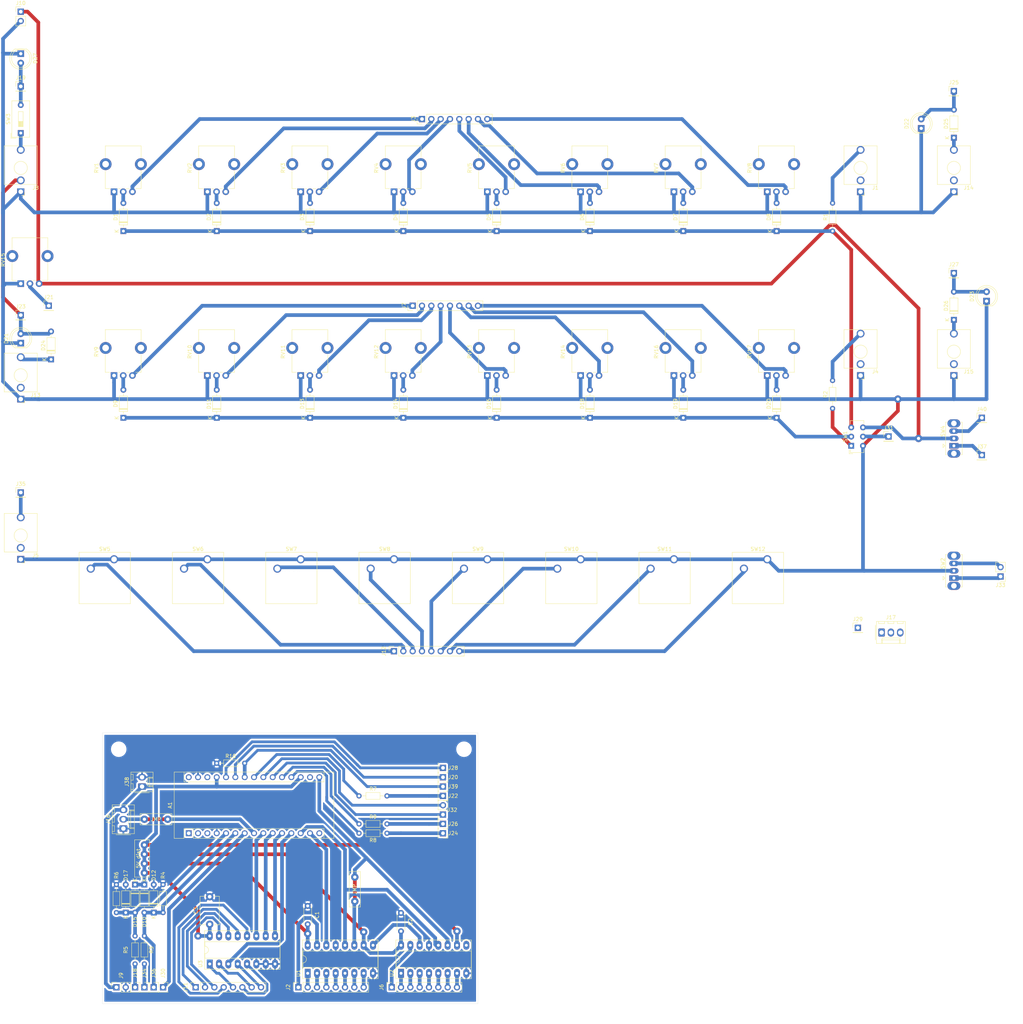
<source format=kicad_pcb>
(kicad_pcb (version 20171130) (host pcbnew "(5.1.9)-1")
  (layers (0 F.Cu signal) (31 B.Cu signal) (34 B.Paste user) (35 F.Paste user) (36 B.SilkS user) (37 F.SilkS user) (38 B.Mask user) (39 F.Mask user) (44 Edge.Cuts user))
  (net 0 "")
  (net 1 SCK)
  (net 2 "Net-(A1-Pad15)")
  (net 3 "Net-(A1-Pad30)")
  (net 4 MOSI)
  (net 5 GND)
  (net 6 select_595)
  (net 7 "Net-(A1-Pad28)")
  (net 8 key_input)
  (net 9 +5V)
  (net 10 key_s0)
  (net 11 sequence_mode)
  (net 12 key_s1)
  (net 13 clock_rate)
  (net 14 key_s2)
  (net 15 step_count_program)
  (net 16 step_count)
  (net 17 clock_out)
  (net 18 led_data_out)
  (net 19 gate_b_program)
  (net 20 sequence_reset)
  (net 21 gate_a_program)
  (net 22 clock_in)
  (net 23 gate_output_b)
  (net 24 gate_output_a)
  (net 25 "Net-(A1-Pad3)")
  (net 26 "Net-(A1-Pad2)")
  (net 27 "Net-(A1-Pad17)")
  (net 28 "Net-(A1-Pad1)")
  (net 29 "Net-(D1-Pad2)")
  (net 30 "Net-(D1-Pad1)")
  (net 31 "Net-(D2-Pad2)")
  (net 32 "Net-(D3-Pad2)")
  (net 33 "Net-(D4-Pad2)")
  (net 34 "Net-(D5-Pad2)")
  (net 35 "Net-(D6-Pad2)")
  (net 36 "Net-(D7-Pad2)")
  (net 37 "Net-(D8-Pad2)")
  (net 38 "Net-(D9-Pad2)")
  (net 39 "Net-(D11-Pad1)")
  (net 40 "Net-(D11-Pad2)")
  (net 41 "Net-(D13-Pad2)")
  (net 42 "Net-(D14-Pad2)")
  (net 43 "Net-(D16-Pad2)")
  (net 44 "Net-(D18-Pad2)")
  (net 45 "Net-(D19-Pad2)")
  (net 46 "Net-(D20-Pad2)")
  (net 47 "Net-(D21-Pad2)")
  (net 48 "Net-(D22-Pad2)")
  (net 49 "Net-(D23-Pad2)")
  (net 50 "Net-(J1-PadT)")
  (net 51 GNDA)
  (net 52 "Net-(J1-PadTN)")
  (net 53 "Net-(J2-Pad8)")
  (net 54 "Net-(J2-Pad7)")
  (net 55 "Net-(J2-Pad6)")
  (net 56 "Net-(J2-Pad5)")
  (net 57 "Net-(J2-Pad4)")
  (net 58 "Net-(J2-Pad3)")
  (net 59 "Net-(J2-Pad2)")
  (net 60 "Net-(J2-Pad1)")
  (net 61 "Net-(J3-Pad8)")
  (net 62 "Net-(J3-Pad7)")
  (net 63 "Net-(J3-Pad6)")
  (net 64 "Net-(J3-Pad5)")
  (net 65 "Net-(J3-Pad4)")
  (net 66 "Net-(J3-Pad3)")
  (net 67 "Net-(J3-Pad2)")
  (net 68 "Net-(J3-Pad1)")
  (net 69 "Net-(J4-PadT)")
  (net 70 "Net-(J4-PadTN)")
  (net 71 "Net-(J5-PadTN)")
  (net 72 "Net-(J6-Pad8)")
  (net 73 "Net-(J6-Pad7)")
  (net 74 "Net-(J6-Pad6)")
  (net 75 "Net-(J6-Pad5)")
  (net 76 "Net-(J6-Pad4)")
  (net 77 "Net-(J6-Pad3)")
  (net 78 "Net-(J6-Pad2)")
  (net 79 "Net-(J6-Pad1)")
  (net 80 "Net-(J7-Pad8)")
  (net 81 "Net-(J7-Pad7)")
  (net 82 "Net-(J7-Pad6)")
  (net 83 "Net-(J7-Pad5)")
  (net 84 "Net-(J7-Pad4)")
  (net 85 "Net-(J7-Pad3)")
  (net 86 "Net-(J7-Pad2)")
  (net 87 "Net-(J7-Pad1)")
  (net 88 +5VA)
  (net 89 "Net-(J11-Pad8)")
  (net 90 "Net-(J11-Pad7)")
  (net 91 "Net-(J11-Pad6)")
  (net 92 "Net-(J11-Pad5)")
  (net 93 "Net-(J11-Pad4)")
  (net 94 "Net-(J11-Pad3)")
  (net 95 "Net-(J11-Pad2)")
  (net 96 "Net-(J11-Pad1)")
  (net 97 "Net-(J12-Pad8)")
  (net 98 "Net-(J12-Pad7)")
  (net 99 "Net-(J12-Pad6)")
  (net 100 "Net-(J12-Pad5)")
  (net 101 "Net-(J12-Pad4)")
  (net 102 "Net-(J12-Pad3)")
  (net 103 "Net-(J12-Pad2)")
  (net 104 "Net-(J12-Pad1)")
  (net 105 "Net-(J13-PadTN)")
  (net 106 "Net-(J14-PadTN)")
  (net 107 "Net-(J15-PadTN)")
  (net 108 "Net-(J17-Pad3)")
  (net 109 "Net-(J17-Pad2)")
  (net 110 "Net-(J17-Pad1)")
  (net 111 "Net-(J18-Pad1)")
  (net 112 "Net-(J21-Pad1)")
  (net 113 "Net-(J29-Pad1)")
  (net 114 "Net-(R2-Pad1)")
  (net 115 "Net-(U1-Pad9)")
  (net 116 "Net-(U2-Pad9)")
  (net 117 "Net-(J35-Pad1)")
  (net 118 "Net-(J31-Pad1)")
  (net 119 "Net-(J33-Pad2)")
  (net 120 "Net-(J33-Pad1)")
  (net 121 "Net-(J34-Pad1)")
  (net 122 "Net-(J37-Pad1)")
  (net 123 "Net-(J40-Pad1)")
  (net 124 "Net-(J22-Pad1)")
  (net 125 "Net-(J24-Pad1)")
  (net 126 "Net-(J26-Pad1)")
  (net 127 "Net-(D24-Pad1)")
  (net 128 "Net-(D25-Pad1)")
  (net 129 "Net-(D26-Pad1)")
  (net 130 "Net-(J8-PadT)")
  (net 131 "Net-(D27-Pad2)")
  (module LED_THT:LED_D5.0mm (layer F.Cu) (at 0 -162.56 270)
    (fp_text reference D27 (at 1.27 -3.96 90) (layer F.SilkS))
    (fp_text value LED)
    (pad 2 thru_hole circle (at 2.54 0 270) (size 1.8 1.8) (drill 0.9) (layers *.Cu *.Mask) (net 131 "Net-(D27-Pad2)"))
    (pad 1 thru_hole rect (at 0 0 270) (size 1.8 1.8) (drill 0.9) (layers *.Cu *.Mask) (net 51 GNDA))
  )
  (module Button_Switch_THT:SW_DIP_SPSTx01_Slide_9.78x4.72mm_W7.62mm_P2.54mm (layer F.Cu) (at 0 -140.97 90)
    (fp_text reference SW3 (at 3.81 -3.42 90) (layer F.SilkS))
    (fp_text value SW_SPST)
    (pad 2 thru_hole oval (at 7.62 0 90) (size 1.6 1.6) (drill 0.8) (layers *.Cu *.Mask) (net 131 "Net-(D27-Pad2)"))
    (pad 1 thru_hole rect (at 0 0 90) (size 1.6 1.6) (drill 0.8) (layers *.Cu *.Mask) (net 130 "Net-(J8-PadT)"))
  )
  (module Capacitor_THT:C_Disc_D7.5mm_W5.0mm_P7.50mm (layer F.Cu) (at 51.435 74.295 90)
    (fp_text reference C3 (at 3.75 -3.75 90) (layer F.SilkS))
    (fp_text value 100nF)
    (pad 2 thru_hole circle (at 7.5 0 90) (size 2 2) (drill 1) (layers *.Cu *.Mask) (net 5 GND))
    (pad 1 thru_hole circle (at 0 0 90) (size 2 2) (drill 1) (layers *.Cu *.Mask) (net 9 +5V))
  )
  (module Diode_THT:D_DO-35_SOD27_P7.62mm_Horizontal (layer F.Cu) (at 254 -90.17 90)
    (fp_text reference D26 (at 3.81 -2.12 90) (layer F.SilkS))
    (fp_text value 1N4148)
    (fp_text user K (at 0 -1.8 90) (layer F.SilkS))
    (pad 2 thru_hole oval (at 7.62 0 90) (size 1.6 1.6) (drill 0.8) (layers *.Cu *.Mask) (net 49 "Net-(D23-Pad2)"))
    (pad 1 thru_hole rect (at 0 0 90) (size 1.6 1.6) (drill 0.8) (layers *.Cu *.Mask) (net 129 "Net-(D26-Pad1)"))
  )
  (module Diode_THT:D_DO-35_SOD27_P7.62mm_Horizontal (layer F.Cu) (at 254 -139.7 90)
    (fp_text reference D25 (at 3.81 -2.12 90) (layer F.SilkS))
    (fp_text value 1N4148)
    (fp_text user K (at 0 -1.8 90) (layer F.SilkS))
    (pad 2 thru_hole oval (at 7.62 0 90) (size 1.6 1.6) (drill 0.8) (layers *.Cu *.Mask) (net 48 "Net-(D22-Pad2)"))
    (pad 1 thru_hole rect (at 0 0 90) (size 1.6 1.6) (drill 0.8) (layers *.Cu *.Mask) (net 128 "Net-(D25-Pad1)"))
  )
  (module Diode_THT:D_DO-35_SOD27_P7.62mm_Horizontal (layer F.Cu) (at 8.255 -79.375 90)
    (fp_text reference D24 (at 3.81 -2.12 90) (layer F.SilkS))
    (fp_text value 1N4148)
    (fp_text user K (at 0 -1.8 90) (layer F.SilkS))
    (pad 2 thru_hole oval (at 7.62 0 90) (size 1.6 1.6) (drill 0.8) (layers *.Cu *.Mask) (net 47 "Net-(D21-Pad2)"))
    (pad 1 thru_hole rect (at 0 0 90) (size 1.6 1.6) (drill 0.8) (layers *.Cu *.Mask) (net 127 "Net-(D24-Pad1)"))
  )
  (module Connector_PinSocket_2.54mm:PinSocket_1x08_P2.54mm_Vertical (layer F.Cu) (at 47.625 91.44 90)
    (fp_text reference J11 (at 0 -2.77 90) (layer F.SilkS))
    (fp_text value keys_board)
    (pad 8 thru_hole oval (at 0 17.78 90) (size 1.7 1.7) (drill 1) (layers *.Cu *.Mask) (net 89 "Net-(J11-Pad8)"))
    (pad 7 thru_hole oval (at 0 15.24 90) (size 1.7 1.7) (drill 1) (layers *.Cu *.Mask) (net 90 "Net-(J11-Pad7)"))
    (pad 6 thru_hole oval (at 0 12.7 90) (size 1.7 1.7) (drill 1) (layers *.Cu *.Mask) (net 91 "Net-(J11-Pad6)"))
    (pad 5 thru_hole oval (at 0 10.16 90) (size 1.7 1.7) (drill 1) (layers *.Cu *.Mask) (net 92 "Net-(J11-Pad5)"))
    (pad 4 thru_hole oval (at 0 7.62 90) (size 1.7 1.7) (drill 1) (layers *.Cu *.Mask) (net 93 "Net-(J11-Pad4)"))
    (pad 3 thru_hole oval (at 0 5.08 90) (size 1.7 1.7) (drill 1) (layers *.Cu *.Mask) (net 94 "Net-(J11-Pad3)"))
    (pad 2 thru_hole oval (at 0 2.54 90) (size 1.7 1.7) (drill 1) (layers *.Cu *.Mask) (net 95 "Net-(J11-Pad2)"))
    (pad 1 thru_hole rect (at 0 0 90) (size 1.7 1.7) (drill 1) (layers *.Cu *.Mask) (net 96 "Net-(J11-Pad1)"))
  )
  (module MountingHole:MountingHole_3.2mm_M3 (layer F.Cu) (at 120.65 26.67)
    (fp_text reference REF** hide)
    (fp_text value MountingHole_3.2mm_M3)
    (pad 1 np_thru_hole circle (at 0 0) (size 3.2 3.2) (drill 3.2) (layers *.Cu *.Mask))
  )
  (module LED_THT:LED_D5.0mm (layer F.Cu) (at 262.89 -95.25 90)
    (fp_text reference D23 (at 1.27 -3.96 90) (layer F.SilkS))
    (fp_text value LED)
    (pad 2 thru_hole circle (at 2.54 0 90) (size 1.8 1.8) (drill 0.9) (layers *.Cu *.Mask) (net 49 "Net-(D23-Pad2)"))
    (pad 1 thru_hole rect (at 0 0 90) (size 1.8 1.8) (drill 0.9) (layers *.Cu *.Mask) (net 51 GNDA))
  )
  (module LED_THT:LED_D5.0mm (layer F.Cu) (at 245.11 -142.24 90)
    (fp_text reference D22 (at 1.27 -3.96 90) (layer F.SilkS))
    (fp_text value LED)
    (pad 2 thru_hole circle (at 2.54 0 90) (size 1.8 1.8) (drill 0.9) (layers *.Cu *.Mask) (net 48 "Net-(D22-Pad2)"))
    (pad 1 thru_hole rect (at 0 0 90) (size 1.8 1.8) (drill 0.9) (layers *.Cu *.Mask) (net 51 GNDA))
  )
  (module LED_THT:LED_D5.0mm (layer F.Cu) (at 0 -83.82 90)
    (fp_text reference D21 (at 1.27 -3.96 90) (layer F.SilkS))
    (fp_text value LED)
    (pad 2 thru_hole circle (at 2.54 0 90) (size 1.8 1.8) (drill 0.9) (layers *.Cu *.Mask) (net 47 "Net-(D21-Pad2)"))
    (pad 1 thru_hole rect (at 0 0 90) (size 1.8 1.8) (drill 0.9) (layers *.Cu *.Mask) (net 51 GNDA))
  )
  (module MountingHole:MountingHole_3.2mm_M3 (layer F.Cu) (at 26.67 26.67)
    (fp_text reference REF** hide)
    (fp_text value MountingHole_3.2mm_M3)
    (pad 1 np_thru_hole circle (at 0 0) (size 3.2 3.2) (drill 3.2) (layers *.Cu *.Mask))
  )
  (module Connector_PinHeader_2.54mm:PinHeader_1x01_P2.54mm_Vertical (layer F.Cu) (at 261.62 -63.5)
    (fp_text reference J40 (at 0 -2.33) (layer F.SilkS))
    (fp_text value panel)
    (pad 1 thru_hole rect (at 0 0) (size 1.7 1.7) (drill 1) (layers *.Cu *.Mask) (net 123 "Net-(J40-Pad1)"))
  )
  (module Connector_PinSocket_2.54mm:PinSocket_1x01_P2.54mm_Vertical (layer F.Cu) (at 114.935 36.83 270)
    (fp_text reference J39 (at 0 -2.77) (layer F.SilkS))
    (fp_text value "STEP CNT SW")
    (pad 1 thru_hole rect (at 0 0 270) (size 1.7 1.7) (drill 1) (layers *.Cu *.Mask) (net 15 step_count_program))
  )
  (module Connector_PinHeader_2.54mm:PinHeader_1x01_P2.54mm_Vertical (layer F.Cu) (at 261.62 -53.34)
    (fp_text reference J37 (at 0 -2.33) (layer F.SilkS))
    (fp_text value panel)
    (pad 1 thru_hole rect (at 0 0) (size 1.7 1.7) (drill 1) (layers *.Cu *.Mask) (net 122 "Net-(J37-Pad1)"))
  )
  (module Connector_PinSocket_2.54mm:PinSocket_1x01_P2.54mm_Vertical (layer F.Cu) (at 36.195 91.44)
    (fp_text reference J36 (at 0 -3.81 90) (layer F.SilkS))
    (fp_text value "RST SW")
    (pad 1 thru_hole rect (at 0 0) (size 1.7 1.7) (drill 1) (layers *.Cu *.Mask) (net 20 sequence_reset))
  )
  (module Module:Arduino_Nano (layer F.Cu) (at 45.72 49.53 90)
    (fp_text reference A1 (at 7.62 -5.08 90) (layer F.SilkS))
    (fp_text value Arduino_Nano_v3.x)
    (pad 16 thru_hole oval (at 15.24 35.56 90) (size 1.6 1.6) (drill 1) (layers *.Cu *.Mask) (net 1 SCK))
    (pad 15 thru_hole oval (at 0 35.56 90) (size 1.6 1.6) (drill 1) (layers *.Cu *.Mask) (net 2 "Net-(A1-Pad15)"))
    (pad 30 thru_hole oval (at 15.24 0 90) (size 1.6 1.6) (drill 1) (layers *.Cu *.Mask) (net 3 "Net-(A1-Pad30)"))
    (pad 14 thru_hole oval (at 0 33.02 90) (size 1.6 1.6) (drill 1) (layers *.Cu *.Mask) (net 4 MOSI))
    (pad 29 thru_hole oval (at 15.24 2.54 90) (size 1.6 1.6) (drill 1) (layers *.Cu *.Mask) (net 5 GND))
    (pad 13 thru_hole oval (at 0 30.48 90) (size 1.6 1.6) (drill 1) (layers *.Cu *.Mask) (net 6 select_595))
    (pad 28 thru_hole oval (at 15.24 5.08 90) (size 1.6 1.6) (drill 1) (layers *.Cu *.Mask) (net 7 "Net-(A1-Pad28)"))
    (pad 12 thru_hole oval (at 0 27.94 90) (size 1.6 1.6) (drill 1) (layers *.Cu *.Mask) (net 8 key_input))
    (pad 27 thru_hole oval (at 15.24 7.62 90) (size 1.6 1.6) (drill 1) (layers *.Cu *.Mask) (net 9 +5V))
    (pad 11 thru_hole oval (at 0 25.4 90) (size 1.6 1.6) (drill 1) (layers *.Cu *.Mask) (net 14 key_s2))
    (pad 26 thru_hole oval (at 15.24 10.16 90) (size 1.6 1.6) (drill 1) (layers *.Cu *.Mask) (net 11 sequence_mode))
    (pad 10 thru_hole oval (at 0 22.86 90) (size 1.6 1.6) (drill 1) (layers *.Cu *.Mask) (net 12 key_s1))
    (pad 25 thru_hole oval (at 15.24 12.7 90) (size 1.6 1.6) (drill 1) (layers *.Cu *.Mask) (net 13 clock_rate))
    (pad 9 thru_hole oval (at 0 20.32 90) (size 1.6 1.6) (drill 1) (layers *.Cu *.Mask) (net 10 key_s0))
    (pad 24 thru_hole oval (at 15.24 15.24 90) (size 1.6 1.6) (drill 1) (layers *.Cu *.Mask) (net 15 step_count_program))
    (pad 8 thru_hole oval (at 0 17.78 90) (size 1.6 1.6) (drill 1) (layers *.Cu *.Mask) (net 18 led_data_out))
    (pad 23 thru_hole oval (at 15.24 17.78 90) (size 1.6 1.6) (drill 1) (layers *.Cu *.Mask) (net 17 clock_out))
    (pad 7 thru_hole oval (at 0 15.24 90) (size 1.6 1.6) (drill 1) (layers *.Cu *.Mask) (net 16 step_count))
    (pad 22 thru_hole oval (at 15.24 20.32 90) (size 1.6 1.6) (drill 1) (layers *.Cu *.Mask) (net 19 gate_b_program))
    (pad 6 thru_hole oval (at 0 12.7 90) (size 1.6 1.6) (drill 1) (layers *.Cu *.Mask) (net 20 sequence_reset))
    (pad 21 thru_hole oval (at 15.24 22.86 90) (size 1.6 1.6) (drill 1) (layers *.Cu *.Mask) (net 21 gate_a_program))
    (pad 5 thru_hole oval (at 0 10.16 90) (size 1.6 1.6) (drill 1) (layers *.Cu *.Mask) (net 22 clock_in))
    (pad 20 thru_hole oval (at 15.24 25.4 90) (size 1.6 1.6) (drill 1) (layers *.Cu *.Mask) (net 23 gate_output_b))
    (pad 4 thru_hole oval (at 0 7.62 90) (size 1.6 1.6) (drill 1) (layers *.Cu *.Mask) (net 5 GND))
    (pad 19 thru_hole oval (at 15.24 27.94 90) (size 1.6 1.6) (drill 1) (layers *.Cu *.Mask) (net 24 gate_output_a))
    (pad 3 thru_hole oval (at 0 5.08 90) (size 1.6 1.6) (drill 1) (layers *.Cu *.Mask) (net 25 "Net-(A1-Pad3)"))
    (pad 18 thru_hole oval (at 15.24 30.48 90) (size 1.6 1.6) (drill 1) (layers *.Cu *.Mask) (net 9 +5V))
    (pad 2 thru_hole oval (at 0 2.54 90) (size 1.6 1.6) (drill 1) (layers *.Cu *.Mask) (net 26 "Net-(A1-Pad2)"))
    (pad 17 thru_hole oval (at 15.24 33.02 90) (size 1.6 1.6) (drill 1) (layers *.Cu *.Mask) (net 27 "Net-(A1-Pad17)"))
    (pad 1 thru_hole rect (at 0 0 90) (size 1.6 1.6) (drill 1) (layers *.Cu *.Mask) (net 28 "Net-(A1-Pad1)"))
  )
  (module Connector_PinSocket_2.54mm:PinSocket_1x08_P2.54mm_Vertical (layer F.Cu) (at 100.965 91.44 90)
    (fp_text reference J6 (at 0 -2.77 90) (layer F.SilkS))
    (fp_text value seq_b_board)
    (pad 8 thru_hole oval (at 0 17.78 90) (size 1.7 1.7) (drill 1) (layers *.Cu *.Mask) (net 72 "Net-(J6-Pad8)"))
    (pad 7 thru_hole oval (at 0 15.24 90) (size 1.7 1.7) (drill 1) (layers *.Cu *.Mask) (net 73 "Net-(J6-Pad7)"))
    (pad 6 thru_hole oval (at 0 12.7 90) (size 1.7 1.7) (drill 1) (layers *.Cu *.Mask) (net 74 "Net-(J6-Pad6)"))
    (pad 5 thru_hole oval (at 0 10.16 90) (size 1.7 1.7) (drill 1) (layers *.Cu *.Mask) (net 75 "Net-(J6-Pad5)"))
    (pad 4 thru_hole oval (at 0 7.62 90) (size 1.7 1.7) (drill 1) (layers *.Cu *.Mask) (net 76 "Net-(J6-Pad4)"))
    (pad 3 thru_hole oval (at 0 5.08 90) (size 1.7 1.7) (drill 1) (layers *.Cu *.Mask) (net 77 "Net-(J6-Pad3)"))
    (pad 2 thru_hole oval (at 0 2.54 90) (size 1.7 1.7) (drill 1) (layers *.Cu *.Mask) (net 78 "Net-(J6-Pad2)"))
    (pad 1 thru_hole rect (at 0 0 90) (size 1.7 1.7) (drill 1) (layers *.Cu *.Mask) (net 79 "Net-(J6-Pad1)"))
  )
  (module Connector_Molex:Molex_KK-254_AE-6410-02A_1x02_P2.54mm_Vertical (layer F.Cu) (at 33.02 36.83 90)
    (fp_text reference J38 (at 1.27 -4.12 90) (layer F.SilkS))
    (fp_text value power_board_input)
    (pad 2 thru_hole oval (at 2.54 0 90) (size 1.74 2.19) (drill 1.19) (layers *.Cu *.Mask) (net 5 GND))
    (pad 1 thru_hole roundrect (at 0 0 90) (size 1.74 2.19) (drill 1.19) (layers *.Cu *.Mask) (roundrect_rratio 0.1436775862068966) (net 9 +5V))
  )
  (module Resistor_THT:R_Axial_DIN0204_L3.6mm_D1.6mm_P7.62mm_Horizontal (layer F.Cu) (at 53.34 30.48)
    (fp_text reference R10 (at 3.81 -1.92) (layer F.SilkS))
    (fp_text value 100k)
    (pad 2 thru_hole oval (at 7.62 0) (size 1.4 1.4) (drill 0.7) (layers *.Cu *.Mask) (net 15 step_count_program))
    (pad 1 thru_hole circle (at 0 0) (size 1.4 1.4) (drill 0.7) (layers *.Cu *.Mask) (net 5 GND))
  )
  (module Connector_PinHeader_2.54mm:PinHeader_1x01_P2.54mm_Vertical (layer F.Cu) (at 0 -43.18)
    (fp_text reference J35 (at 0 -2.33) (layer F.SilkS))
    (fp_text value panel)
    (pad 1 thru_hole rect (at 0 0) (size 1.7 1.7) (drill 1) (layers *.Cu *.Mask) (net 117 "Net-(J35-Pad1)"))
  )
  (module Connector_PinSocket_2.54mm:PinSocket_1x01_P2.54mm_Vertical (layer F.Cu) (at 33.655 91.44)
    (fp_text reference J34 (at 0 -3.81 270) (layer F.SilkS))
    (fp_text value RESET)
    (pad 1 thru_hole rect (at 0 0) (size 1.7 1.7) (drill 1) (layers *.Cu *.Mask) (net 121 "Net-(J34-Pad1)"))
  )
  (module Connector_PinHeader_2.54mm:PinHeader_1x02_P2.54mm_Vertical (layer F.Cu) (at 266.7 -20.32 180)
    (fp_text reference J33 (at 0 -2.33) (layer F.SilkS))
    (fp_text value gate_pgm_panel)
    (pad 2 thru_hole oval (at 0 2.54 180) (size 1.7 1.7) (drill 1) (layers *.Cu *.Mask) (net 119 "Net-(J33-Pad2)"))
    (pad 1 thru_hole rect (at 0 0 180) (size 1.7 1.7) (drill 1) (layers *.Cu *.Mask) (net 120 "Net-(J33-Pad1)"))
  )
  (module Connector_PinSocket_2.54mm:PinSocket_1x02_P2.54mm_Vertical (layer F.Cu) (at 114.935 44.45 180)
    (fp_text reference J32 (at -2.54 1.27) (layer F.SilkS))
    (fp_text value "GATE PGM")
    (pad 2 thru_hole oval (at 0 2.54 180) (size 1.7 1.7) (drill 1) (layers *.Cu *.Mask) (net 19 gate_b_program))
    (pad 1 thru_hole rect (at 0 0 180) (size 1.7 1.7) (drill 1) (layers *.Cu *.Mask) (net 21 gate_a_program))
  )
  (module Connector_PinHeader_2.54mm:PinHeader_1x01_P2.54mm_Vertical (layer F.Cu) (at 236.22 -58.42)
    (fp_text reference J31 (at 0 -2.33) (layer F.SilkS))
    (fp_text value panel)
    (pad 1 thru_hole rect (at 0 0) (size 1.7 1.7) (drill 1) (layers *.Cu *.Mask) (net 118 "Net-(J31-Pad1)"))
  )
  (module Connector_PinSocket_2.54mm:PinSocket_1x01_P2.54mm_Vertical (layer F.Cu) (at 38.735 91.44)
    (fp_text reference J30 (at 0 -3.81 270) (layer F.SilkS))
    (fp_text value "STEP CNT")
    (pad 1 thru_hole rect (at 0 0) (size 1.7 1.7) (drill 1) (layers *.Cu *.Mask) (net 16 step_count))
  )
  (module Package_DIP:DIP-16_W7.62mm_Socket_LongPads (layer F.Cu) (at 51.435 85.09 90)
    (fp_text reference U3 (at 0 -2.54 90) (layer F.SilkS))
    (fp_text value 4051)
    (pad 16 thru_hole oval (at 7.62 0 90) (size 2.4 1.6) (drill 0.8) (layers *.Cu *.Mask) (net 9 +5V))
    (pad 8 thru_hole oval (at 0 17.78 90) (size 2.4 1.6) (drill 0.8) (layers *.Cu *.Mask) (net 5 GND))
    (pad 15 thru_hole oval (at 7.62 2.54 90) (size 2.4 1.6) (drill 0.8) (layers *.Cu *.Mask) (net 94 "Net-(J11-Pad3)"))
    (pad 7 thru_hole oval (at 0 15.24 90) (size 2.4 1.6) (drill 0.8) (layers *.Cu *.Mask) (net 5 GND))
    (pad 14 thru_hole oval (at 7.62 5.08 90) (size 2.4 1.6) (drill 0.8) (layers *.Cu *.Mask) (net 95 "Net-(J11-Pad2)"))
    (pad 6 thru_hole oval (at 0 12.7 90) (size 2.4 1.6) (drill 0.8) (layers *.Cu *.Mask) (net 5 GND))
    (pad 13 thru_hole oval (at 7.62 7.62 90) (size 2.4 1.6) (drill 0.8) (layers *.Cu *.Mask) (net 96 "Net-(J11-Pad1)"))
    (pad 5 thru_hole oval (at 0 10.16 90) (size 2.4 1.6) (drill 0.8) (layers *.Cu *.Mask) (net 91 "Net-(J11-Pad6)"))
    (pad 12 thru_hole oval (at 7.62 10.16 90) (size 2.4 1.6) (drill 0.8) (layers *.Cu *.Mask) (net 93 "Net-(J11-Pad4)"))
    (pad 4 thru_hole oval (at 0 7.62 90) (size 2.4 1.6) (drill 0.8) (layers *.Cu *.Mask) (net 89 "Net-(J11-Pad8)"))
    (pad 11 thru_hole oval (at 7.62 12.7 90) (size 2.4 1.6) (drill 0.8) (layers *.Cu *.Mask) (net 10 key_s0))
    (pad 3 thru_hole oval (at 0 5.08 90) (size 2.4 1.6) (drill 0.8) (layers *.Cu *.Mask) (net 8 key_input))
    (pad 10 thru_hole oval (at 7.62 15.24 90) (size 2.4 1.6) (drill 0.8) (layers *.Cu *.Mask) (net 12 key_s1))
    (pad 2 thru_hole oval (at 0 2.54 90) (size 2.4 1.6) (drill 0.8) (layers *.Cu *.Mask) (net 90 "Net-(J11-Pad7)"))
    (pad 9 thru_hole oval (at 7.62 17.78 90) (size 2.4 1.6) (drill 0.8) (layers *.Cu *.Mask) (net 14 key_s2))
    (pad 1 thru_hole rect (at 0 0 90) (size 2.4 1.6) (drill 0.8) (layers *.Cu *.Mask) (net 92 "Net-(J11-Pad5)"))
  )
  (module Package_DIP:DIP-16_W7.62mm_Socket_LongPads (layer F.Cu) (at 103.505 87.63 90)
    (fp_text reference U2 (at 0 -2.54 90) (layer F.SilkS))
    (fp_text value 74HC595)
    (pad 16 thru_hole oval (at 7.62 0 90) (size 2.4 1.6) (drill 0.8) (layers *.Cu *.Mask) (net 9 +5V))
    (pad 8 thru_hole oval (at 0 17.78 90) (size 2.4 1.6) (drill 0.8) (layers *.Cu *.Mask) (net 5 GND))
    (pad 15 thru_hole oval (at 7.62 2.54 90) (size 2.4 1.6) (drill 0.8) (layers *.Cu *.Mask) (net 79 "Net-(J6-Pad1)"))
    (pad 7 thru_hole oval (at 0 15.24 90) (size 2.4 1.6) (drill 0.8) (layers *.Cu *.Mask) (net 72 "Net-(J6-Pad8)"))
    (pad 14 thru_hole oval (at 7.62 5.08 90) (size 2.4 1.6) (drill 0.8) (layers *.Cu *.Mask) (net 115 "Net-(U1-Pad9)"))
    (pad 6 thru_hole oval (at 0 12.7 90) (size 2.4 1.6) (drill 0.8) (layers *.Cu *.Mask) (net 73 "Net-(J6-Pad7)"))
    (pad 13 thru_hole oval (at 7.62 7.62 90) (size 2.4 1.6) (drill 0.8) (layers *.Cu *.Mask) (net 5 GND))
    (pad 5 thru_hole oval (at 0 10.16 90) (size 2.4 1.6) (drill 0.8) (layers *.Cu *.Mask) (net 74 "Net-(J6-Pad6)"))
    (pad 12 thru_hole oval (at 7.62 10.16 90) (size 2.4 1.6) (drill 0.8) (layers *.Cu *.Mask) (net 6 select_595))
    (pad 4 thru_hole oval (at 0 7.62 90) (size 2.4 1.6) (drill 0.8) (layers *.Cu *.Mask) (net 75 "Net-(J6-Pad5)"))
    (pad 11 thru_hole oval (at 7.62 12.7 90) (size 2.4 1.6) (drill 0.8) (layers *.Cu *.Mask) (net 1 SCK))
    (pad 3 thru_hole oval (at 0 5.08 90) (size 2.4 1.6) (drill 0.8) (layers *.Cu *.Mask) (net 76 "Net-(J6-Pad4)"))
    (pad 10 thru_hole oval (at 7.62 15.24 90) (size 2.4 1.6) (drill 0.8) (layers *.Cu *.Mask) (net 9 +5V))
    (pad 2 thru_hole oval (at 0 2.54 90) (size 2.4 1.6) (drill 0.8) (layers *.Cu *.Mask) (net 77 "Net-(J6-Pad3)"))
    (pad 9 thru_hole oval (at 7.62 17.78 90) (size 2.4 1.6) (drill 0.8) (layers *.Cu *.Mask) (net 116 "Net-(U2-Pad9)"))
    (pad 1 thru_hole rect (at 0 0 90) (size 2.4 1.6) (drill 0.8) (layers *.Cu *.Mask) (net 78 "Net-(J6-Pad2)"))
  )
  (module Package_DIP:DIP-16_W7.62mm_Socket_LongPads (layer F.Cu) (at 78.105 87.63 90)
    (fp_text reference U1 (at 0 -2.54 90) (layer F.SilkS))
    (fp_text value 74HC595)
    (pad 16 thru_hole oval (at 7.62 0 90) (size 2.4 1.6) (drill 0.8) (layers *.Cu *.Mask) (net 9 +5V))
    (pad 8 thru_hole oval (at 0 17.78 90) (size 2.4 1.6) (drill 0.8) (layers *.Cu *.Mask) (net 5 GND))
    (pad 15 thru_hole oval (at 7.62 2.54 90) (size 2.4 1.6) (drill 0.8) (layers *.Cu *.Mask) (net 60 "Net-(J2-Pad1)"))
    (pad 7 thru_hole oval (at 0 15.24 90) (size 2.4 1.6) (drill 0.8) (layers *.Cu *.Mask) (net 53 "Net-(J2-Pad8)"))
    (pad 14 thru_hole oval (at 7.62 5.08 90) (size 2.4 1.6) (drill 0.8) (layers *.Cu *.Mask) (net 4 MOSI))
    (pad 6 thru_hole oval (at 0 12.7 90) (size 2.4 1.6) (drill 0.8) (layers *.Cu *.Mask) (net 54 "Net-(J2-Pad7)"))
    (pad 13 thru_hole oval (at 7.62 7.62 90) (size 2.4 1.6) (drill 0.8) (layers *.Cu *.Mask) (net 5 GND))
    (pad 5 thru_hole oval (at 0 10.16 90) (size 2.4 1.6) (drill 0.8) (layers *.Cu *.Mask) (net 55 "Net-(J2-Pad6)"))
    (pad 12 thru_hole oval (at 7.62 10.16 90) (size 2.4 1.6) (drill 0.8) (layers *.Cu *.Mask) (net 6 select_595))
    (pad 4 thru_hole oval (at 0 7.62 90) (size 2.4 1.6) (drill 0.8) (layers *.Cu *.Mask) (net 56 "Net-(J2-Pad5)"))
    (pad 11 thru_hole oval (at 7.62 12.7 90) (size 2.4 1.6) (drill 0.8) (layers *.Cu *.Mask) (net 1 SCK))
    (pad 3 thru_hole oval (at 0 5.08 90) (size 2.4 1.6) (drill 0.8) (layers *.Cu *.Mask) (net 57 "Net-(J2-Pad4)"))
    (pad 10 thru_hole oval (at 7.62 15.24 90) (size 2.4 1.6) (drill 0.8) (layers *.Cu *.Mask) (net 9 +5V))
    (pad 2 thru_hole oval (at 0 2.54 90) (size 2.4 1.6) (drill 0.8) (layers *.Cu *.Mask) (net 58 "Net-(J2-Pad3)"))
    (pad 9 thru_hole oval (at 7.62 17.78 90) (size 2.4 1.6) (drill 0.8) (layers *.Cu *.Mask) (net 115 "Net-(U1-Pad9)"))
    (pad 1 thru_hole rect (at 0 0 90) (size 2.4 1.6) (drill 0.8) (layers *.Cu *.Mask) (net 59 "Net-(J2-Pad2)"))
  )
  (module Button_Switch_Keyboard:SW_Cherry_MX_1.00u_Plate (layer F.Cu) (at 203.2 -25)
    (fp_text reference SW12 (at -2.54 -2.794) (layer F.SilkS))
    (fp_text value SW_Push)
    (pad "" np_thru_hole circle (at -2.54 5.08) (size 4 4) (drill 4) (layers *.Cu *.Mask))
    (pad 2 thru_hole circle (at -6.35 2.54) (size 2.2 2.2) (drill 1.5) (layers *.Cu *.Mask) (net 97 "Net-(J12-Pad8)"))
    (pad 1 thru_hole circle (at 0 0) (size 2.2 2.2) (drill 1.5) (layers *.Cu *.Mask) (net 51 GNDA))
  )
  (module Button_Switch_Keyboard:SW_Cherry_MX_1.00u_Plate (layer F.Cu) (at 177.8 -25)
    (fp_text reference SW11 (at -2.54 -2.794) (layer F.SilkS))
    (fp_text value SW_Push)
    (pad "" np_thru_hole circle (at -2.54 5.08) (size 4 4) (drill 4) (layers *.Cu *.Mask))
    (pad 2 thru_hole circle (at -6.35 2.54) (size 2.2 2.2) (drill 1.5) (layers *.Cu *.Mask) (net 98 "Net-(J12-Pad7)"))
    (pad 1 thru_hole circle (at 0 0) (size 2.2 2.2) (drill 1.5) (layers *.Cu *.Mask) (net 51 GNDA))
  )
  (module Button_Switch_Keyboard:SW_Cherry_MX_1.00u_Plate (layer F.Cu) (at 152.4 -25)
    (fp_text reference SW10 (at -2.54 -2.794) (layer F.SilkS))
    (fp_text value SW_Push)
    (pad "" np_thru_hole circle (at -2.54 5.08) (size 4 4) (drill 4) (layers *.Cu *.Mask))
    (pad 2 thru_hole circle (at -6.35 2.54) (size 2.2 2.2) (drill 1.5) (layers *.Cu *.Mask) (net 99 "Net-(J12-Pad6)"))
    (pad 1 thru_hole circle (at 0 0) (size 2.2 2.2) (drill 1.5) (layers *.Cu *.Mask) (net 51 GNDA))
  )
  (module Button_Switch_Keyboard:SW_Cherry_MX_1.00u_Plate (layer F.Cu) (at 127 -25)
    (fp_text reference SW9 (at -2.54 -2.794) (layer F.SilkS))
    (fp_text value SW_Push)
    (pad "" np_thru_hole circle (at -2.54 5.08) (size 4 4) (drill 4) (layers *.Cu *.Mask))
    (pad 2 thru_hole circle (at -6.35 2.54) (size 2.2 2.2) (drill 1.5) (layers *.Cu *.Mask) (net 100 "Net-(J12-Pad5)"))
    (pad 1 thru_hole circle (at 0 0) (size 2.2 2.2) (drill 1.5) (layers *.Cu *.Mask) (net 51 GNDA))
  )
  (module Button_Switch_Keyboard:SW_Cherry_MX_1.00u_Plate (layer F.Cu) (at 101.6 -25)
    (fp_text reference SW8 (at -2.54 -2.794) (layer F.SilkS))
    (fp_text value SW_Push)
    (pad "" np_thru_hole circle (at -2.54 5.08) (size 4 4) (drill 4) (layers *.Cu *.Mask))
    (pad 2 thru_hole circle (at -6.35 2.54) (size 2.2 2.2) (drill 1.5) (layers *.Cu *.Mask) (net 101 "Net-(J12-Pad4)"))
    (pad 1 thru_hole circle (at 0 0) (size 2.2 2.2) (drill 1.5) (layers *.Cu *.Mask) (net 51 GNDA))
  )
  (module Button_Switch_Keyboard:SW_Cherry_MX_1.00u_Plate (layer F.Cu) (at 76.2 -25)
    (fp_text reference SW7 (at -2.54 -2.794) (layer F.SilkS))
    (fp_text value SW_Push)
    (pad "" np_thru_hole circle (at -2.54 5.08) (size 4 4) (drill 4) (layers *.Cu *.Mask))
    (pad 2 thru_hole circle (at -6.35 2.54) (size 2.2 2.2) (drill 1.5) (layers *.Cu *.Mask) (net 102 "Net-(J12-Pad3)"))
    (pad 1 thru_hole circle (at 0 0) (size 2.2 2.2) (drill 1.5) (layers *.Cu *.Mask) (net 51 GNDA))
  )
  (module Button_Switch_Keyboard:SW_Cherry_MX_1.00u_Plate (layer F.Cu) (at 50.8 -25)
    (fp_text reference SW6 (at -2.54 -2.794) (layer F.SilkS))
    (fp_text value SW_Push)
    (pad "" np_thru_hole circle (at -2.54 5.08) (size 4 4) (drill 4) (layers *.Cu *.Mask))
    (pad 2 thru_hole circle (at -6.35 2.54) (size 2.2 2.2) (drill 1.5) (layers *.Cu *.Mask) (net 103 "Net-(J12-Pad2)"))
    (pad 1 thru_hole circle (at 0 0) (size 2.2 2.2) (drill 1.5) (layers *.Cu *.Mask) (net 51 GNDA))
  )
  (module Button_Switch_Keyboard:SW_Cherry_MX_1.00u_Plate (layer F.Cu) (at 25.4 -25)
    (fp_text reference SW5 (at -2.54 -2.794) (layer F.SilkS))
    (fp_text value SW_Push)
    (pad "" np_thru_hole circle (at -2.54 5.08) (size 4 4) (drill 4) (layers *.Cu *.Mask))
    (pad 2 thru_hole circle (at -6.35 2.54) (size 2.2 2.2) (drill 1.5) (layers *.Cu *.Mask) (net 104 "Net-(J12-Pad1)"))
    (pad 1 thru_hole circle (at 0 0) (size 2.2 2.2) (drill 1.5) (layers *.Cu *.Mask) (net 51 GNDA))
  )
  (module Button_Switch_THT:SW_Slide_1P2T_CK_OS102011MS2Q (layer F.Cu) (at 254 -55.88 90)
    (fp_text reference SW4 (at 3.99 -2.99 90) (layer F.SilkS))
    (fp_text value SW_SPDT_MSM)
    (pad "" thru_hole oval (at 6.1 0 90) (size 2.2 3.5) (drill 1.5) (layers *.Cu *.Mask))
    (pad "" thru_hole oval (at -2.1 0 90) (size 2.2 3.5) (drill 1.5) (layers *.Cu *.Mask))
    (pad 3 thru_hole oval (at 4 0 90) (size 1.5 2.5) (drill 0.8) (layers *.Cu *.Mask) (net 123 "Net-(J40-Pad1)"))
    (pad 2 thru_hole oval (at 2 0 90) (size 1.5 2.5) (drill 0.8) (layers *.Cu *.Mask) (net 88 +5VA))
    (pad 1 thru_hole rect (at 0 0 90) (size 1.5 2.5) (drill 0.8) (layers *.Cu *.Mask) (net 122 "Net-(J37-Pad1)"))
  )
  (module Button_Switch_THT:SW_Slide_1P2T_CK_OS102011MS2Q (layer F.Cu) (at 254 -19.88 90)
    (fp_text reference SW2 (at 3.99 -2.99 90) (layer F.SilkS))
    (fp_text value SW_SPDT_MSM)
    (pad "" thru_hole oval (at 6.1 0 90) (size 2.2 3.5) (drill 1.5) (layers *.Cu *.Mask))
    (pad "" thru_hole oval (at -2.1 0 90) (size 2.2 3.5) (drill 1.5) (layers *.Cu *.Mask))
    (pad 3 thru_hole oval (at 4 0 90) (size 1.5 2.5) (drill 0.8) (layers *.Cu *.Mask) (net 119 "Net-(J33-Pad2)"))
    (pad 2 thru_hole oval (at 2 0 90) (size 1.5 2.5) (drill 0.8) (layers *.Cu *.Mask) (net 51 GNDA))
    (pad 1 thru_hole rect (at 0 0 90) (size 1.5 2.5) (drill 0.8) (layers *.Cu *.Mask) (net 120 "Net-(J33-Pad1)"))
  )
  (module Button_Switch_THT:SW_E-Switch_EG1271_DPDT (layer F.Cu) (at 226.06 -55.88 90)
    (fp_text reference SW1 (at 2.5 -1.65 90) (layer F.SilkS))
    (fp_text value SW_DPDT_x2)
    (pad 6 thru_hole circle (at 5 3.2 90) (size 1.6 1.6) (drill 0.8) (layers *.Cu *.Mask) (net 88 +5VA))
    (pad 5 thru_hole circle (at 2.5 3.2 90) (size 1.6 1.6) (drill 0.8) (layers *.Cu *.Mask) (net 118 "Net-(J31-Pad1)"))
    (pad 4 thru_hole circle (at 0 3.2 90) (size 1.6 1.6) (drill 0.8) (layers *.Cu *.Mask) (net 51 GNDA))
    (pad 3 thru_hole circle (at 5 0 90) (size 1.6 1.6) (drill 0.8) (layers *.Cu *.Mask) (net 30 "Net-(D1-Pad1)"))
    (pad 2 thru_hole circle (at 2.5 0 90) (size 1.6 1.6) (drill 0.8) (layers *.Cu *.Mask) (net 39 "Net-(D11-Pad1)"))
    (pad 1 thru_hole rect (at 0 0 90) (size 1.6 1.6) (drill 0.8) (layers *.Cu *.Mask) (net 114 "Net-(R2-Pad1)"))
  )
  (module Potentiometer_THT:Potentiometer_Alpha_RD901F-40-00D_Single_Vertical_CircularHoles (layer F.Cu) (at 203.2 -75 90)
    (fp_text reference RV17 (at 6.45 -4.8 270) (layer F.SilkS))
    (fp_text value STEP8/16)
    (pad "" thru_hole circle (at 7.5 -2.3 180) (size 3.24 3.24) (drill 1.8) (layers *.Cu *.Mask))
    (pad "" thru_hole circle (at 7.5 7.3 180) (size 3.24 3.24) (drill 1.8) (layers *.Cu *.Mask))
    (pad 3 thru_hole circle (at 0 5 180) (size 1.8 1.8) (drill 1) (layers *.Cu *.Mask) (net 80 "Net-(J7-Pad8)"))
    (pad 2 thru_hole circle (at 0 2.5 180) (size 1.8 1.8) (drill 1) (layers *.Cu *.Mask) (net 46 "Net-(D20-Pad2)"))
    (pad 1 thru_hole rect (at 0 0 180) (size 1.8 1.8) (drill 1) (layers *.Cu *.Mask) (net 51 GNDA))
  )
  (module Potentiometer_THT:Potentiometer_Alpha_RD901F-40-00D_Single_Vertical_CircularHoles (layer F.Cu) (at 177.8 -75 90)
    (fp_text reference RV16 (at 6.45 -4.8 270) (layer F.SilkS))
    (fp_text value STEP7/15)
    (pad "" thru_hole circle (at 7.5 -2.3 180) (size 3.24 3.24) (drill 1.8) (layers *.Cu *.Mask))
    (pad "" thru_hole circle (at 7.5 7.3 180) (size 3.24 3.24) (drill 1.8) (layers *.Cu *.Mask))
    (pad 3 thru_hole circle (at 0 5 180) (size 1.8 1.8) (drill 1) (layers *.Cu *.Mask) (net 81 "Net-(J7-Pad7)"))
    (pad 2 thru_hole circle (at 0 2.5 180) (size 1.8 1.8) (drill 1) (layers *.Cu *.Mask) (net 45 "Net-(D19-Pad2)"))
    (pad 1 thru_hole rect (at 0 0 180) (size 1.8 1.8) (drill 1) (layers *.Cu *.Mask) (net 51 GNDA))
  )
  (module Potentiometer_THT:Potentiometer_Alpha_RD901F-40-00D_Single_Vertical_CircularHoles (layer F.Cu) (at 0 -100 90)
    (fp_text reference RV15 (at 6.45 -4.8 270) (layer F.SilkS))
    (fp_text value CLOCK)
    (pad "" thru_hole circle (at 7.5 -2.3 180) (size 3.24 3.24) (drill 1.8) (layers *.Cu *.Mask))
    (pad "" thru_hole circle (at 7.5 7.3 180) (size 3.24 3.24) (drill 1.8) (layers *.Cu *.Mask))
    (pad 3 thru_hole circle (at 0 5 180) (size 1.8 1.8) (drill 1) (layers *.Cu *.Mask) (net 88 +5VA))
    (pad 2 thru_hole circle (at 0 2.5 180) (size 1.8 1.8) (drill 1) (layers *.Cu *.Mask) (net 112 "Net-(J21-Pad1)"))
    (pad 1 thru_hole rect (at 0 0 180) (size 1.8 1.8) (drill 1) (layers *.Cu *.Mask) (net 51 GNDA))
  )
  (module Potentiometer_THT:Potentiometer_Alpha_RD901F-40-00D_Single_Vertical_CircularHoles (layer F.Cu) (at 152.4 -75 90)
    (fp_text reference RV14 (at 6.45 -4.8 270) (layer F.SilkS))
    (fp_text value STEP6/14)
    (pad "" thru_hole circle (at 7.5 -2.3 180) (size 3.24 3.24) (drill 1.8) (layers *.Cu *.Mask))
    (pad "" thru_hole circle (at 7.5 7.3 180) (size 3.24 3.24) (drill 1.8) (layers *.Cu *.Mask))
    (pad 3 thru_hole circle (at 0 5 180) (size 1.8 1.8) (drill 1) (layers *.Cu *.Mask) (net 82 "Net-(J7-Pad6)"))
    (pad 2 thru_hole circle (at 0 2.5 180) (size 1.8 1.8) (drill 1) (layers *.Cu *.Mask) (net 44 "Net-(D18-Pad2)"))
    (pad 1 thru_hole rect (at 0 0 180) (size 1.8 1.8) (drill 1) (layers *.Cu *.Mask) (net 51 GNDA))
  )
  (module Potentiometer_THT:Potentiometer_Alpha_RD901F-40-00D_Single_Vertical_CircularHoles (layer F.Cu) (at 127 -75 90)
    (fp_text reference RV13 (at 6.45 -4.8 270) (layer F.SilkS))
    (fp_text value STEP5/13)
    (pad "" thru_hole circle (at 7.5 -2.3 180) (size 3.24 3.24) (drill 1.8) (layers *.Cu *.Mask))
    (pad "" thru_hole circle (at 7.5 7.3 180) (size 3.24 3.24) (drill 1.8) (layers *.Cu *.Mask))
    (pad 3 thru_hole circle (at 0 5 180) (size 1.8 1.8) (drill 1) (layers *.Cu *.Mask) (net 83 "Net-(J7-Pad5)"))
    (pad 2 thru_hole circle (at 0 2.5 180) (size 1.8 1.8) (drill 1) (layers *.Cu *.Mask) (net 43 "Net-(D16-Pad2)"))
    (pad 1 thru_hole rect (at 0 0 180) (size 1.8 1.8) (drill 1) (layers *.Cu *.Mask) (net 51 GNDA))
  )
  (module Potentiometer_THT:Potentiometer_Alpha_RD901F-40-00D_Single_Vertical_CircularHoles (layer F.Cu) (at 101.6 -75 90)
    (fp_text reference RV12 (at 6.45 -4.8 270) (layer F.SilkS))
    (fp_text value STEP4/12)
    (pad "" thru_hole circle (at 7.5 -2.3 180) (size 3.24 3.24) (drill 1.8) (layers *.Cu *.Mask))
    (pad "" thru_hole circle (at 7.5 7.3 180) (size 3.24 3.24) (drill 1.8) (layers *.Cu *.Mask))
    (pad 3 thru_hole circle (at 0 5 180) (size 1.8 1.8) (drill 1) (layers *.Cu *.Mask) (net 84 "Net-(J7-Pad4)"))
    (pad 2 thru_hole circle (at 0 2.5 180) (size 1.8 1.8) (drill 1) (layers *.Cu *.Mask) (net 42 "Net-(D14-Pad2)"))
    (pad 1 thru_hole rect (at 0 0 180) (size 1.8 1.8) (drill 1) (layers *.Cu *.Mask) (net 51 GNDA))
  )
  (module Potentiometer_THT:Potentiometer_Alpha_RD901F-40-00D_Single_Vertical_CircularHoles (layer F.Cu) (at 76.2 -75 90)
    (fp_text reference RV11 (at 6.45 -4.8 270) (layer F.SilkS))
    (fp_text value STEP3/11)
    (pad "" thru_hole circle (at 7.5 -2.3 180) (size 3.24 3.24) (drill 1.8) (layers *.Cu *.Mask))
    (pad "" thru_hole circle (at 7.5 7.3 180) (size 3.24 3.24) (drill 1.8) (layers *.Cu *.Mask))
    (pad 3 thru_hole circle (at 0 5 180) (size 1.8 1.8) (drill 1) (layers *.Cu *.Mask) (net 85 "Net-(J7-Pad3)"))
    (pad 2 thru_hole circle (at 0 2.5 180) (size 1.8 1.8) (drill 1) (layers *.Cu *.Mask) (net 41 "Net-(D13-Pad2)"))
    (pad 1 thru_hole rect (at 0 0 180) (size 1.8 1.8) (drill 1) (layers *.Cu *.Mask) (net 51 GNDA))
  )
  (module Potentiometer_THT:Potentiometer_Alpha_RD901F-40-00D_Single_Vertical_CircularHoles (layer F.Cu) (at 50.8 -75 90)
    (fp_text reference RV10 (at 6.45 -4.8 270) (layer F.SilkS))
    (fp_text value STEP2/10)
    (pad "" thru_hole circle (at 7.5 -2.3 180) (size 3.24 3.24) (drill 1.8) (layers *.Cu *.Mask))
    (pad "" thru_hole circle (at 7.5 7.3 180) (size 3.24 3.24) (drill 1.8) (layers *.Cu *.Mask))
    (pad 3 thru_hole circle (at 0 5 180) (size 1.8 1.8) (drill 1) (layers *.Cu *.Mask) (net 86 "Net-(J7-Pad2)"))
    (pad 2 thru_hole circle (at 0 2.5 180) (size 1.8 1.8) (drill 1) (layers *.Cu *.Mask) (net 40 "Net-(D11-Pad2)"))
    (pad 1 thru_hole rect (at 0 0 180) (size 1.8 1.8) (drill 1) (layers *.Cu *.Mask) (net 51 GNDA))
  )
  (module Potentiometer_THT:Potentiometer_Alpha_RD901F-40-00D_Single_Vertical_CircularHoles (layer F.Cu) (at 25.4 -75 90)
    (fp_text reference RV9 (at 6.45 -4.8 270) (layer F.SilkS))
    (fp_text value STEP1/9)
    (pad "" thru_hole circle (at 7.5 -2.3 180) (size 3.24 3.24) (drill 1.8) (layers *.Cu *.Mask))
    (pad "" thru_hole circle (at 7.5 7.3 180) (size 3.24 3.24) (drill 1.8) (layers *.Cu *.Mask))
    (pad 3 thru_hole circle (at 0 5 180) (size 1.8 1.8) (drill 1) (layers *.Cu *.Mask) (net 87 "Net-(J7-Pad1)"))
    (pad 2 thru_hole circle (at 0 2.5 180) (size 1.8 1.8) (drill 1) (layers *.Cu *.Mask) (net 38 "Net-(D9-Pad2)"))
    (pad 1 thru_hole rect (at 0 0 180) (size 1.8 1.8) (drill 1) (layers *.Cu *.Mask) (net 51 GNDA))
  )
  (module Potentiometer_THT:Potentiometer_Alpha_RD901F-40-00D_Single_Vertical_CircularHoles (layer F.Cu) (at 203.2 -125 90)
    (fp_text reference RV8 (at 6.45 -4.8 270) (layer F.SilkS))
    (fp_text value STEP8)
    (pad "" thru_hole circle (at 7.5 -2.3 180) (size 3.24 3.24) (drill 1.8) (layers *.Cu *.Mask))
    (pad "" thru_hole circle (at 7.5 7.3 180) (size 3.24 3.24) (drill 1.8) (layers *.Cu *.Mask))
    (pad 3 thru_hole circle (at 0 5 180) (size 1.8 1.8) (drill 1) (layers *.Cu *.Mask) (net 61 "Net-(J3-Pad8)"))
    (pad 2 thru_hole circle (at 0 2.5 180) (size 1.8 1.8) (drill 1) (layers *.Cu *.Mask) (net 37 "Net-(D8-Pad2)"))
    (pad 1 thru_hole rect (at 0 0 180) (size 1.8 1.8) (drill 1) (layers *.Cu *.Mask) (net 51 GNDA))
  )
  (module Potentiometer_THT:Potentiometer_Alpha_RD901F-40-00D_Single_Vertical_CircularHoles (layer F.Cu) (at 177.8 -125 90)
    (fp_text reference RV7 (at 6.45 -4.8 270) (layer F.SilkS))
    (fp_text value STEP7)
    (pad "" thru_hole circle (at 7.5 -2.3 180) (size 3.24 3.24) (drill 1.8) (layers *.Cu *.Mask))
    (pad "" thru_hole circle (at 7.5 7.3 180) (size 3.24 3.24) (drill 1.8) (layers *.Cu *.Mask))
    (pad 3 thru_hole circle (at 0 5 180) (size 1.8 1.8) (drill 1) (layers *.Cu *.Mask) (net 62 "Net-(J3-Pad7)"))
    (pad 2 thru_hole circle (at 0 2.5 180) (size 1.8 1.8) (drill 1) (layers *.Cu *.Mask) (net 36 "Net-(D7-Pad2)"))
    (pad 1 thru_hole rect (at 0 0 180) (size 1.8 1.8) (drill 1) (layers *.Cu *.Mask) (net 51 GNDA))
  )
  (module Potentiometer_THT:Potentiometer_Alpha_RD901F-40-00D_Single_Vertical_CircularHoles (layer F.Cu) (at 152.4 -125 90)
    (fp_text reference RV6 (at 6.45 -4.8 270) (layer F.SilkS))
    (fp_text value STEP6)
    (pad "" thru_hole circle (at 7.5 -2.3 180) (size 3.24 3.24) (drill 1.8) (layers *.Cu *.Mask))
    (pad "" thru_hole circle (at 7.5 7.3 180) (size 3.24 3.24) (drill 1.8) (layers *.Cu *.Mask))
    (pad 3 thru_hole circle (at 0 5 180) (size 1.8 1.8) (drill 1) (layers *.Cu *.Mask) (net 63 "Net-(J3-Pad6)"))
    (pad 2 thru_hole circle (at 0 2.5 180) (size 1.8 1.8) (drill 1) (layers *.Cu *.Mask) (net 35 "Net-(D6-Pad2)"))
    (pad 1 thru_hole rect (at 0 0 180) (size 1.8 1.8) (drill 1) (layers *.Cu *.Mask) (net 51 GNDA))
  )
  (module Potentiometer_THT:Potentiometer_Alpha_RD901F-40-00D_Single_Vertical_CircularHoles (layer F.Cu) (at 127 -125 90)
    (fp_text reference RV5 (at 6.45 -4.8 270) (layer F.SilkS))
    (fp_text value STEP5)
    (pad "" thru_hole circle (at 7.5 -2.3 180) (size 3.24 3.24) (drill 1.8) (layers *.Cu *.Mask))
    (pad "" thru_hole circle (at 7.5 7.3 180) (size 3.24 3.24) (drill 1.8) (layers *.Cu *.Mask))
    (pad 3 thru_hole circle (at 0 5 180) (size 1.8 1.8) (drill 1) (layers *.Cu *.Mask) (net 64 "Net-(J3-Pad5)"))
    (pad 2 thru_hole circle (at 0 2.5 180) (size 1.8 1.8) (drill 1) (layers *.Cu *.Mask) (net 34 "Net-(D5-Pad2)"))
    (pad 1 thru_hole rect (at 0 0 180) (size 1.8 1.8) (drill 1) (layers *.Cu *.Mask) (net 51 GNDA))
  )
  (module Potentiometer_THT:Potentiometer_Alpha_RD901F-40-00D_Single_Vertical_CircularHoles (layer F.Cu) (at 101.6 -125 90)
    (fp_text reference RV4 (at 6.45 -4.8 270) (layer F.SilkS))
    (fp_text value STEP4)
    (pad "" thru_hole circle (at 7.5 -2.3 180) (size 3.24 3.24) (drill 1.8) (layers *.Cu *.Mask))
    (pad "" thru_hole circle (at 7.5 7.3 180) (size 3.24 3.24) (drill 1.8) (layers *.Cu *.Mask))
    (pad 3 thru_hole circle (at 0 5 180) (size 1.8 1.8) (drill 1) (layers *.Cu *.Mask) (net 65 "Net-(J3-Pad4)"))
    (pad 2 thru_hole circle (at 0 2.5 180) (size 1.8 1.8) (drill 1) (layers *.Cu *.Mask) (net 33 "Net-(D4-Pad2)"))
    (pad 1 thru_hole rect (at 0 0 180) (size 1.8 1.8) (drill 1) (layers *.Cu *.Mask) (net 51 GNDA))
  )
  (module Potentiometer_THT:Potentiometer_Alpha_RD901F-40-00D_Single_Vertical_CircularHoles (layer F.Cu) (at 76.2 -125 90)
    (fp_text reference RV3 (at 6.45 -4.8 270) (layer F.SilkS))
    (fp_text value STEP3)
    (pad "" thru_hole circle (at 7.5 -2.3 180) (size 3.24 3.24) (drill 1.8) (layers *.Cu *.Mask))
    (pad "" thru_hole circle (at 7.5 7.3 180) (size 3.24 3.24) (drill 1.8) (layers *.Cu *.Mask))
    (pad 3 thru_hole circle (at 0 5 180) (size 1.8 1.8) (drill 1) (layers *.Cu *.Mask) (net 66 "Net-(J3-Pad3)"))
    (pad 2 thru_hole circle (at 0 2.5 180) (size 1.8 1.8) (drill 1) (layers *.Cu *.Mask) (net 32 "Net-(D3-Pad2)"))
    (pad 1 thru_hole rect (at 0 0 180) (size 1.8 1.8) (drill 1) (layers *.Cu *.Mask) (net 51 GNDA))
  )
  (module Potentiometer_THT:Potentiometer_Alpha_RD901F-40-00D_Single_Vertical_CircularHoles (layer F.Cu) (at 50.8 -125 90)
    (fp_text reference RV2 (at 6.45 -4.8 270) (layer F.SilkS))
    (fp_text value STEP2)
    (pad "" thru_hole circle (at 7.5 -2.3 180) (size 3.24 3.24) (drill 1.8) (layers *.Cu *.Mask))
    (pad "" thru_hole circle (at 7.5 7.3 180) (size 3.24 3.24) (drill 1.8) (layers *.Cu *.Mask))
    (pad 3 thru_hole circle (at 0 5 180) (size 1.8 1.8) (drill 1) (layers *.Cu *.Mask) (net 67 "Net-(J3-Pad2)"))
    (pad 2 thru_hole circle (at 0 2.5 180) (size 1.8 1.8) (drill 1) (layers *.Cu *.Mask) (net 31 "Net-(D2-Pad2)"))
    (pad 1 thru_hole rect (at 0 0 180) (size 1.8 1.8) (drill 1) (layers *.Cu *.Mask) (net 51 GNDA))
  )
  (module Potentiometer_THT:Potentiometer_Alpha_RD901F-40-00D_Single_Vertical_CircularHoles (layer F.Cu) (at 25.4 -125 90)
    (fp_text reference RV1 (at 6.45 -4.8 270) (layer F.SilkS))
    (fp_text value STEP1)
    (pad "" thru_hole circle (at 7.5 -2.3 180) (size 3.24 3.24) (drill 1.8) (layers *.Cu *.Mask))
    (pad "" thru_hole circle (at 7.5 7.3 180) (size 3.24 3.24) (drill 1.8) (layers *.Cu *.Mask))
    (pad 3 thru_hole circle (at 0 5 180) (size 1.8 1.8) (drill 1) (layers *.Cu *.Mask) (net 68 "Net-(J3-Pad1)"))
    (pad 2 thru_hole circle (at 0 2.5 180) (size 1.8 1.8) (drill 1) (layers *.Cu *.Mask) (net 29 "Net-(D1-Pad2)"))
    (pad 1 thru_hole rect (at 0 0 180) (size 1.8 1.8) (drill 1) (layers *.Cu *.Mask) (net 51 GNDA))
  )
  (module Resistor_THT:R_Axial_DIN0204_L3.6mm_D1.6mm_P7.62mm_Horizontal (layer F.Cu) (at 92.075 46.99)
    (fp_text reference R9 (at 3.81 -1.92) (layer F.SilkS))
    (fp_text value 1k)
    (pad 2 thru_hole oval (at 7.62 0) (size 1.4 1.4) (drill 0.7) (layers *.Cu *.Mask) (net 126 "Net-(J26-Pad1)"))
    (pad 1 thru_hole circle (at 0 0) (size 1.4 1.4) (drill 0.7) (layers *.Cu *.Mask) (net 23 gate_output_b))
  )
  (module Resistor_THT:R_Axial_DIN0204_L3.6mm_D1.6mm_P7.62mm_Horizontal (layer F.Cu) (at 92.075 49.53)
    (fp_text reference R8 (at 3.81 1.905) (layer F.SilkS))
    (fp_text value 1k)
    (pad 2 thru_hole oval (at 7.62 0) (size 1.4 1.4) (drill 0.7) (layers *.Cu *.Mask) (net 125 "Net-(J24-Pad1)"))
    (pad 1 thru_hole circle (at 0 0) (size 1.4 1.4) (drill 0.7) (layers *.Cu *.Mask) (net 24 gate_output_a))
  )
  (module Resistor_THT:R_Axial_DIN0204_L3.6mm_D1.6mm_P7.62mm_Horizontal (layer F.Cu) (at 92.075 39.37)
    (fp_text reference R7 (at 3.81 -1.92) (layer F.SilkS))
    (fp_text value 1k)
    (pad 2 thru_hole oval (at 7.62 0) (size 1.4 1.4) (drill 0.7) (layers *.Cu *.Mask) (net 124 "Net-(J22-Pad1)"))
    (pad 1 thru_hole circle (at 0 0) (size 1.4 1.4) (drill 0.7) (layers *.Cu *.Mask) (net 17 clock_out))
  )
  (module Resistor_THT:R_Axial_DIN0204_L3.6mm_D1.6mm_P7.62mm_Horizontal (layer F.Cu) (at 26.035 63.5 270)
    (fp_text reference R6 (at -2.54 0 90) (layer F.SilkS))
    (fp_text value 470k)
    (pad 2 thru_hole oval (at 7.62 0 270) (size 1.4 1.4) (drill 0.7) (layers *.Cu *.Mask) (net 22 clock_in))
    (pad 1 thru_hole circle (at 0 0 270) (size 1.4 1.4) (drill 0.7) (layers *.Cu *.Mask) (net 5 GND))
  )
  (module Resistor_THT:R_Axial_DIN0204_L3.6mm_D1.6mm_P7.62mm_Horizontal (layer F.Cu) (at 31.115 77.47 270)
    (fp_text reference R5 (at 3.81 2.54 90) (layer F.SilkS))
    (fp_text value 100k)
    (pad 2 thru_hole oval (at 7.62 0 270) (size 1.4 1.4) (drill 0.7) (layers *.Cu *.Mask) (net 111 "Net-(J18-Pad1)"))
    (pad 1 thru_hole circle (at 0 0 270) (size 1.4 1.4) (drill 0.7) (layers *.Cu *.Mask) (net 22 clock_in))
  )
  (module Resistor_THT:R_Axial_DIN0204_L3.6mm_D1.6mm_P7.62mm_Horizontal (layer F.Cu) (at 38.735 63.5 270)
    (fp_text reference R4 (at -2.54 0 90) (layer F.SilkS))
    (fp_text value 470k)
    (pad 2 thru_hole oval (at 7.62 0 270) (size 1.4 1.4) (drill 0.7) (layers *.Cu *.Mask) (net 20 sequence_reset))
    (pad 1 thru_hole circle (at 0 0 270) (size 1.4 1.4) (drill 0.7) (layers *.Cu *.Mask) (net 5 GND))
  )
  (module Resistor_THT:R_Axial_DIN0204_L3.6mm_D1.6mm_P7.62mm_Horizontal (layer F.Cu) (at 33.655 77.47 270)
    (fp_text reference R3 (at 3.81 -1.92 90) (layer F.SilkS))
    (fp_text value 100k)
    (pad 2 thru_hole oval (at 7.62 0 270) (size 1.4 1.4) (drill 0.7) (layers *.Cu *.Mask) (net 121 "Net-(J34-Pad1)"))
    (pad 1 thru_hole circle (at 0 0 270) (size 1.4 1.4) (drill 0.7) (layers *.Cu *.Mask) (net 20 sequence_reset))
  )
  (module Resistor_THT:R_Axial_DIN0204_L3.6mm_D1.6mm_P7.62mm_Horizontal (layer F.Cu) (at 220.98 -66.04 90)
    (fp_text reference R2 (at 3.81 -1.92 90) (layer F.SilkS))
    (fp_text value 1k)
    (pad 2 thru_hole oval (at 7.62 0 90) (size 1.4 1.4) (drill 0.7) (layers *.Cu *.Mask) (net 69 "Net-(J4-PadT)"))
    (pad 1 thru_hole circle (at 0 0 90) (size 1.4 1.4) (drill 0.7) (layers *.Cu *.Mask) (net 114 "Net-(R2-Pad1)"))
  )
  (module Resistor_THT:R_Axial_DIN0204_L3.6mm_D1.6mm_P7.62mm_Horizontal (layer F.Cu) (at 220.98 -114.3 90)
    (fp_text reference R1 (at 3.81 -1.92 90) (layer F.SilkS))
    (fp_text value 1k)
    (pad 2 thru_hole oval (at 7.62 0 90) (size 1.4 1.4) (drill 0.7) (layers *.Cu *.Mask) (net 50 "Net-(J1-PadT)"))
    (pad 1 thru_hole circle (at 0 0 90) (size 1.4 1.4) (drill 0.7) (layers *.Cu *.Mask) (net 30 "Net-(D1-Pad1)"))
  )
  (module Connector_PinHeader_2.54mm:PinHeader_1x01_P2.54mm_Vertical (layer F.Cu) (at 227.855 -6.374)
    (fp_text reference J29 (at 0 -2.33) (layer F.SilkS))
    (fp_text value panel)
    (pad 1 thru_hole rect (at 0 0) (size 1.7 1.7) (drill 1) (layers *.Cu *.Mask) (net 113 "Net-(J29-Pad1)"))
  )
  (module Connector_PinSocket_2.54mm:PinSocket_1x01_P2.54mm_Vertical (layer F.Cu) (at 114.935 31.75 270)
    (fp_text reference J28 (at 0 -2.77) (layer F.SilkS))
    (fp_text value "SEQ MODE")
    (pad 1 thru_hole rect (at 0 0 270) (size 1.7 1.7) (drill 1) (layers *.Cu *.Mask) (net 11 sequence_mode))
  )
  (module Connector_PinHeader_2.54mm:PinHeader_1x01_P2.54mm_Vertical (layer F.Cu) (at 254 -102.87)
    (fp_text reference J27 (at 0 -2.33) (layer F.SilkS))
    (fp_text value panel)
    (pad 1 thru_hole rect (at 0 0) (size 1.7 1.7) (drill 1) (layers *.Cu *.Mask) (net 49 "Net-(D23-Pad2)"))
  )
  (module Connector_PinSocket_2.54mm:PinSocket_1x01_P2.54mm_Vertical (layer F.Cu) (at 114.935 46.99 270)
    (fp_text reference J26 (at 0 -2.77) (layer F.SilkS))
    (fp_text value "GATE B")
    (pad 1 thru_hole rect (at 0 0 270) (size 1.7 1.7) (drill 1) (layers *.Cu *.Mask) (net 126 "Net-(J26-Pad1)"))
  )
  (module Connector_PinHeader_2.54mm:PinHeader_1x01_P2.54mm_Vertical (layer F.Cu) (at 254 -152.4)
    (fp_text reference J25 (at 0 -2.33) (layer F.SilkS))
    (fp_text value panel)
    (pad 1 thru_hole rect (at 0 0) (size 1.7 1.7) (drill 1) (layers *.Cu *.Mask) (net 48 "Net-(D22-Pad2)"))
  )
  (module Connector_PinSocket_2.54mm:PinSocket_1x01_P2.54mm_Vertical (layer F.Cu) (at 114.935 49.53 270)
    (fp_text reference J24 (at 0 -2.77) (layer F.SilkS))
    (fp_text value "GATE A")
    (pad 1 thru_hole rect (at 0 0 270) (size 1.7 1.7) (drill 1) (layers *.Cu *.Mask) (net 125 "Net-(J24-Pad1)"))
  )
  (module Connector_PinHeader_2.54mm:PinHeader_1x01_P2.54mm_Vertical (layer F.Cu) (at 0 -91.44)
    (fp_text reference J23 (at 0 -2.33) (layer F.SilkS))
    (fp_text value panel)
    (pad 1 thru_hole rect (at 0 0) (size 1.7 1.7) (drill 1) (layers *.Cu *.Mask) (net 47 "Net-(D21-Pad2)"))
  )
  (module Connector_PinSocket_2.54mm:PinSocket_1x01_P2.54mm_Vertical (layer F.Cu) (at 114.935 39.37 270)
    (fp_text reference J22 (at 0 -2.77) (layer F.SilkS))
    (fp_text value "CLK OUT")
    (pad 1 thru_hole rect (at 0 0 270) (size 1.7 1.7) (drill 1) (layers *.Cu *.Mask) (net 124 "Net-(J22-Pad1)"))
  )
  (module Connector_PinHeader_2.54mm:PinHeader_1x01_P2.54mm_Vertical (layer F.Cu) (at 7.62 -93.98)
    (fp_text reference J21 (at 0 -2.33) (layer F.SilkS))
    (fp_text value panel)
    (pad 1 thru_hole rect (at 0 0) (size 1.7 1.7) (drill 1) (layers *.Cu *.Mask) (net 112 "Net-(J21-Pad1)"))
  )
  (module Connector_PinSocket_2.54mm:PinSocket_1x01_P2.54mm_Vertical (layer F.Cu) (at 114.935 34.29 270)
    (fp_text reference J20 (at 0 -2.77) (layer F.SilkS))
    (fp_text value "CLK RATE")
    (pad 1 thru_hole rect (at 0 0 270) (size 1.7 1.7) (drill 1) (layers *.Cu *.Mask) (net 13 clock_rate))
  )
  (module Connector_PinHeader_2.54mm:PinHeader_1x01_P2.54mm_Vertical (layer F.Cu) (at 0 -153.67)
    (fp_text reference J19 (at 0 -2.33) (layer F.SilkS))
    (fp_text value panel)
    (pad 1 thru_hole rect (at 0 0) (size 1.7 1.7) (drill 1) (layers *.Cu *.Mask) (net 131 "Net-(D27-Pad2)"))
  )
  (module Connector_PinSocket_2.54mm:PinSocket_1x01_P2.54mm_Vertical (layer F.Cu) (at 31.115 91.44)
    (fp_text reference J18 (at 0 -3.81 90) (layer F.SilkS))
    (fp_text value "CLK IN")
    (pad 1 thru_hole rect (at 0 0) (size 1.7 1.7) (drill 1) (layers *.Cu *.Mask) (net 111 "Net-(J18-Pad1)"))
  )
  (module Connector_Molex:Molex_KK-254_AE-6410-03A_1x03_P2.54mm_Vertical (layer F.Cu) (at 234.315 -5.08)
    (fp_text reference J17 (at 2.54 -4.12) (layer F.SilkS))
    (fp_text value leds_wire)
    (pad 3 thru_hole oval (at 5.08 0) (size 1.74 2.19) (drill 1.19) (layers *.Cu *.Mask) (net 108 "Net-(J17-Pad3)"))
    (pad 2 thru_hole oval (at 2.54 0) (size 1.74 2.19) (drill 1.19) (layers *.Cu *.Mask) (net 109 "Net-(J17-Pad2)"))
    (pad 1 thru_hole roundrect (at 0 0) (size 1.74 2.19) (drill 1.19) (layers *.Cu *.Mask) (roundrect_rratio 0.1436775862068966) (net 110 "Net-(J17-Pad1)"))
  )
  (module Connector_Molex:Molex_KK-254_AE-6410-03A_1x03_P2.54mm_Vertical (layer F.Cu) (at 27.94 48.26 90)
    (fp_text reference J16 (at 2.54 -4.12 90) (layer F.SilkS))
    (fp_text value leds_board)
    (pad 3 thru_hole oval (at 5.08 0 90) (size 1.74 2.19) (drill 1.19) (layers *.Cu *.Mask) (net 9 +5V))
    (pad 2 thru_hole oval (at 2.54 0 90) (size 1.74 2.19) (drill 1.19) (layers *.Cu *.Mask) (net 18 led_data_out))
    (pad 1 thru_hole roundrect (at 0 0 90) (size 1.74 2.19) (drill 1.19) (layers *.Cu *.Mask) (roundrect_rratio 0.1436775862068966) (net 5 GND))
  )
  (module Connector_Audio:Jack_3.5mm_QingPu_WQP-PJ398SM_Vertical_CircularHoles (layer F.Cu) (at 254 -75 180)
    (fp_text reference J15 (at -4.03 1.08 180) (layer F.SilkS))
    (fp_text value "GATE B")
    (pad T thru_hole circle (at 0 11.4) (size 2.13 2.13) (drill 1.43) (layers *.Cu *.Mask) (net 129 "Net-(D26-Pad1)"))
    (pad S thru_hole rect (at 0 0) (size 1.93 1.83) (drill 1.22) (layers *.Cu *.Mask) (net 51 GNDA))
    (pad TN thru_hole circle (at 0 3.1) (size 2.13 2.13) (drill 1.42) (layers *.Cu *.Mask) (net 107 "Net-(J15-PadTN)"))
  )
  (module Connector_Audio:Jack_3.5mm_QingPu_WQP-PJ398SM_Vertical_CircularHoles (layer F.Cu) (at 254 -125 180)
    (fp_text reference J14 (at -4.03 1.08 180) (layer F.SilkS))
    (fp_text value "GATE A")
    (pad T thru_hole circle (at 0 11.4) (size 2.13 2.13) (drill 1.43) (layers *.Cu *.Mask) (net 128 "Net-(D25-Pad1)"))
    (pad S thru_hole rect (at 0 0) (size 1.93 1.83) (drill 1.22) (layers *.Cu *.Mask) (net 51 GNDA))
    (pad TN thru_hole circle (at 0 3.1) (size 2.13 2.13) (drill 1.42) (layers *.Cu *.Mask) (net 106 "Net-(J14-PadTN)"))
  )
  (module Connector_Audio:Jack_3.5mm_QingPu_WQP-PJ398SM_Vertical_CircularHoles (layer F.Cu) (at 0 -68.58 180)
    (fp_text reference J13 (at -4.03 1.08 180) (layer F.SilkS))
    (fp_text value CLOCK_OUT)
    (pad T thru_hole circle (at 0 11.4) (size 2.13 2.13) (drill 1.43) (layers *.Cu *.Mask) (net 127 "Net-(D24-Pad1)"))
    (pad S thru_hole rect (at 0 0) (size 1.93 1.83) (drill 1.22) (layers *.Cu *.Mask) (net 51 GNDA))
    (pad TN thru_hole circle (at 0 3.1) (size 2.13 2.13) (drill 1.42) (layers *.Cu *.Mask) (net 105 "Net-(J13-PadTN)"))
  )
  (module Connector_PinSocket_2.54mm:PinSocket_1x08_P2.54mm_Vertical (layer F.Cu) (at 101.6 0 90)
    (fp_text reference J12 (at 0 -2.77 90) (layer F.SilkS))
    (fp_text value keys_panel)
    (pad 8 thru_hole oval (at 0 17.78 90) (size 1.7 1.7) (drill 1) (layers *.Cu *.Mask) (net 97 "Net-(J12-Pad8)"))
    (pad 7 thru_hole oval (at 0 15.24 90) (size 1.7 1.7) (drill 1) (layers *.Cu *.Mask) (net 98 "Net-(J12-Pad7)"))
    (pad 6 thru_hole oval (at 0 12.7 90) (size 1.7 1.7) (drill 1) (layers *.Cu *.Mask) (net 99 "Net-(J12-Pad6)"))
    (pad 5 thru_hole oval (at 0 10.16 90) (size 1.7 1.7) (drill 1) (layers *.Cu *.Mask) (net 100 "Net-(J12-Pad5)"))
    (pad 4 thru_hole oval (at 0 7.62 90) (size 1.7 1.7) (drill 1) (layers *.Cu *.Mask) (net 101 "Net-(J12-Pad4)"))
    (pad 3 thru_hole oval (at 0 5.08 90) (size 1.7 1.7) (drill 1) (layers *.Cu *.Mask) (net 102 "Net-(J12-Pad3)"))
    (pad 2 thru_hole oval (at 0 2.54 90) (size 1.7 1.7) (drill 1) (layers *.Cu *.Mask) (net 103 "Net-(J12-Pad2)"))
    (pad 1 thru_hole rect (at 0 0 90) (size 1.7 1.7) (drill 1) (layers *.Cu *.Mask) (net 104 "Net-(J12-Pad1)"))
  )
  (module Connector_PinHeader_2.54mm:PinHeader_1x02_P2.54mm_Vertical (layer F.Cu) (at 0 -173.99)
    (fp_text reference J10 (at 0 -2.33) (layer F.SilkS))
    (fp_text value power_panel)
    (pad 2 thru_hole oval (at 0 2.54) (size 1.7 1.7) (drill 1) (layers *.Cu *.Mask) (net 51 GNDA))
    (pad 1 thru_hole rect (at 0 0) (size 1.7 1.7) (drill 1) (layers *.Cu *.Mask) (net 88 +5VA))
  )
  (module Connector_PinSocket_2.54mm:PinSocket_1x02_P2.54mm_Vertical (layer F.Cu) (at 26.035 91.44 90)
    (fp_text reference J9 (at 3.175 1.27 270) (layer F.SilkS))
    (fp_text value power_board)
    (pad 2 thru_hole oval (at 0 2.54 90) (size 1.7 1.7) (drill 1) (layers *.Cu *.Mask) (net 5 GND))
    (pad 1 thru_hole rect (at 0 0 90) (size 1.7 1.7) (drill 1) (layers *.Cu *.Mask) (net 9 +5V))
  )
  (module Connector_Audio:Jack_3.5mm_QingPu_WQP-PJ398SM_Vertical_CircularHoles (layer F.Cu) (at 0 -125 180)
    (fp_text reference J8 (at -4.03 1.08 180) (layer F.SilkS))
    (fp_text value CLOCK_IN)
    (pad T thru_hole circle (at 0 11.4) (size 2.13 2.13) (drill 1.43) (layers *.Cu *.Mask) (net 130 "Net-(J8-PadT)"))
    (pad S thru_hole rect (at 0 0) (size 1.93 1.83) (drill 1.22) (layers *.Cu *.Mask) (net 51 GNDA))
    (pad TN thru_hole circle (at 0 3.1) (size 2.13 2.13) (drill 1.42) (layers *.Cu *.Mask) (net 47 "Net-(D21-Pad2)"))
  )
  (module Connector_PinHeader_2.54mm:PinHeader_1x08_P2.54mm_Vertical (layer F.Cu) (at 106.68 -93.98 90)
    (fp_text reference J7 (at 0 -2.33 90) (layer F.SilkS))
    (fp_text value seq_b_panel)
    (pad 8 thru_hole oval (at 0 17.78 90) (size 1.7 1.7) (drill 1) (layers *.Cu *.Mask) (net 80 "Net-(J7-Pad8)"))
    (pad 7 thru_hole oval (at 0 15.24 90) (size 1.7 1.7) (drill 1) (layers *.Cu *.Mask) (net 81 "Net-(J7-Pad7)"))
    (pad 6 thru_hole oval (at 0 12.7 90) (size 1.7 1.7) (drill 1) (layers *.Cu *.Mask) (net 82 "Net-(J7-Pad6)"))
    (pad 5 thru_hole oval (at 0 10.16 90) (size 1.7 1.7) (drill 1) (layers *.Cu *.Mask) (net 83 "Net-(J7-Pad5)"))
    (pad 4 thru_hole oval (at 0 7.62 90) (size 1.7 1.7) (drill 1) (layers *.Cu *.Mask) (net 84 "Net-(J7-Pad4)"))
    (pad 3 thru_hole oval (at 0 5.08 90) (size 1.7 1.7) (drill 1) (layers *.Cu *.Mask) (net 85 "Net-(J7-Pad3)"))
    (pad 2 thru_hole oval (at 0 2.54 90) (size 1.7 1.7) (drill 1) (layers *.Cu *.Mask) (net 86 "Net-(J7-Pad2)"))
    (pad 1 thru_hole rect (at 0 0 90) (size 1.7 1.7) (drill 1) (layers *.Cu *.Mask) (net 87 "Net-(J7-Pad1)"))
  )
  (module Connector_Audio:Jack_3.5mm_QingPu_WQP-PJ398SM_Vertical_CircularHoles (layer F.Cu) (at 0 -25 180)
    (fp_text reference J5 (at -4.03 1.08 180) (layer F.SilkS))
    (fp_text value RESET_IN)
    (pad T thru_hole circle (at 0 11.4) (size 2.13 2.13) (drill 1.43) (layers *.Cu *.Mask) (net 117 "Net-(J35-Pad1)"))
    (pad S thru_hole rect (at 0 0) (size 1.93 1.83) (drill 1.22) (layers *.Cu *.Mask) (net 51 GNDA))
    (pad TN thru_hole circle (at 0 3.1) (size 2.13 2.13) (drill 1.42) (layers *.Cu *.Mask) (net 71 "Net-(J5-PadTN)"))
  )
  (module Connector_Audio:Jack_3.5mm_QingPu_WQP-PJ398SM_Vertical_CircularHoles (layer F.Cu) (at 228.6 -75 180)
    (fp_text reference J4 (at -4.03 1.08 180) (layer F.SilkS))
    (fp_text value "CV B OUT")
    (pad T thru_hole circle (at 0 11.4) (size 2.13 2.13) (drill 1.43) (layers *.Cu *.Mask) (net 69 "Net-(J4-PadT)"))
    (pad S thru_hole rect (at 0 0) (size 1.93 1.83) (drill 1.22) (layers *.Cu *.Mask) (net 51 GNDA))
    (pad TN thru_hole circle (at 0 3.1) (size 2.13 2.13) (drill 1.42) (layers *.Cu *.Mask) (net 70 "Net-(J4-PadTN)"))
  )
  (module Connector_PinHeader_2.54mm:PinHeader_1x08_P2.54mm_Vertical (layer F.Cu) (at 109.22 -144.78 90)
    (fp_text reference J3 (at 0 -2.33 90) (layer F.SilkS))
    (fp_text value seq_a_panel)
    (pad 8 thru_hole oval (at 0 17.78 90) (size 1.7 1.7) (drill 1) (layers *.Cu *.Mask) (net 61 "Net-(J3-Pad8)"))
    (pad 7 thru_hole oval (at 0 15.24 90) (size 1.7 1.7) (drill 1) (layers *.Cu *.Mask) (net 62 "Net-(J3-Pad7)"))
    (pad 6 thru_hole oval (at 0 12.7 90) (size 1.7 1.7) (drill 1) (layers *.Cu *.Mask) (net 63 "Net-(J3-Pad6)"))
    (pad 5 thru_hole oval (at 0 10.16 90) (size 1.7 1.7) (drill 1) (layers *.Cu *.Mask) (net 64 "Net-(J3-Pad5)"))
    (pad 4 thru_hole oval (at 0 7.62 90) (size 1.7 1.7) (drill 1) (layers *.Cu *.Mask) (net 65 "Net-(J3-Pad4)"))
    (pad 3 thru_hole oval (at 0 5.08 90) (size 1.7 1.7) (drill 1) (layers *.Cu *.Mask) (net 66 "Net-(J3-Pad3)"))
    (pad 2 thru_hole oval (at 0 2.54 90) (size 1.7 1.7) (drill 1) (layers *.Cu *.Mask) (net 67 "Net-(J3-Pad2)"))
    (pad 1 thru_hole rect (at 0 0 90) (size 1.7 1.7) (drill 1) (layers *.Cu *.Mask) (net 68 "Net-(J3-Pad1)"))
  )
  (module Connector_PinSocket_2.54mm:PinSocket_1x08_P2.54mm_Vertical (layer F.Cu) (at 75.565 91.44 90)
    (fp_text reference J2 (at 0 -2.77 90) (layer F.SilkS))
    (fp_text value seq_a_board)
    (pad 8 thru_hole oval (at 0 17.78 90) (size 1.7 1.7) (drill 1) (layers *.Cu *.Mask) (net 53 "Net-(J2-Pad8)"))
    (pad 7 thru_hole oval (at 0 15.24 90) (size 1.7 1.7) (drill 1) (layers *.Cu *.Mask) (net 54 "Net-(J2-Pad7)"))
    (pad 6 thru_hole oval (at 0 12.7 90) (size 1.7 1.7) (drill 1) (layers *.Cu *.Mask) (net 55 "Net-(J2-Pad6)"))
    (pad 5 thru_hole oval (at 0 10.16 90) (size 1.7 1.7) (drill 1) (layers *.Cu *.Mask) (net 56 "Net-(J2-Pad5)"))
    (pad 4 thru_hole oval (at 0 7.62 90) (size 1.7 1.7) (drill 1) (layers *.Cu *.Mask) (net 57 "Net-(J2-Pad4)"))
    (pad 3 thru_hole oval (at 0 5.08 90) (size 1.7 1.7) (drill 1) (layers *.Cu *.Mask) (net 58 "Net-(J2-Pad3)"))
    (pad 2 thru_hole oval (at 0 2.54 90) (size 1.7 1.7) (drill 1) (layers *.Cu *.Mask) (net 59 "Net-(J2-Pad2)"))
    (pad 1 thru_hole rect (at 0 0 90) (size 1.7 1.7) (drill 1) (layers *.Cu *.Mask) (net 60 "Net-(J2-Pad1)"))
  )
  (module Connector_Audio:Jack_3.5mm_QingPu_WQP-PJ398SM_Vertical_CircularHoles (layer F.Cu) (at 228.6 -125 180)
    (fp_text reference J1 (at -4.03 1.08 180) (layer F.SilkS))
    (fp_text value "CV A OUT")
    (pad T thru_hole circle (at 0 11.4) (size 2.13 2.13) (drill 1.43) (layers *.Cu *.Mask) (net 50 "Net-(J1-PadT)"))
    (pad S thru_hole rect (at 0 0) (size 1.93 1.83) (drill 1.22) (layers *.Cu *.Mask) (net 51 GNDA))
    (pad TN thru_hole circle (at 0 3.1) (size 2.13 2.13) (drill 1.42) (layers *.Cu *.Mask) (net 52 "Net-(J1-PadTN)"))
  )
  (module Diode_THT:D_DO-35_SOD27_P7.62mm_Horizontal (layer F.Cu) (at 205.74 -63.5 90)
    (fp_text reference D20 (at 3.81 -2.12 90) (layer F.SilkS))
    (fp_text value 1N4148)
    (fp_text user K (at 0 -1.8 90) (layer F.SilkS))
    (pad 2 thru_hole oval (at 7.62 0 90) (size 1.6 1.6) (drill 0.8) (layers *.Cu *.Mask) (net 46 "Net-(D20-Pad2)"))
    (pad 1 thru_hole rect (at 0 0 90) (size 1.6 1.6) (drill 0.8) (layers *.Cu *.Mask) (net 39 "Net-(D11-Pad1)"))
  )
  (module Diode_THT:D_DO-35_SOD27_P7.62mm_Horizontal (layer F.Cu) (at 180.34 -63.5 90)
    (fp_text reference D19 (at 3.81 -2.12 90) (layer F.SilkS))
    (fp_text value 1N4148)
    (fp_text user K (at 0 -1.8 90) (layer F.SilkS))
    (pad 2 thru_hole oval (at 7.62 0 90) (size 1.6 1.6) (drill 0.8) (layers *.Cu *.Mask) (net 45 "Net-(D19-Pad2)"))
    (pad 1 thru_hole rect (at 0 0 90) (size 1.6 1.6) (drill 0.8) (layers *.Cu *.Mask) (net 39 "Net-(D11-Pad1)"))
  )
  (module Diode_THT:D_DO-35_SOD27_P7.62mm_Horizontal (layer F.Cu) (at 154.94 -63.5 90)
    (fp_text reference D18 (at 3.81 -2.12 90) (layer F.SilkS))
    (fp_text value 1N4148)
    (fp_text user K (at 0 -1.8 90) (layer F.SilkS))
    (pad 2 thru_hole oval (at 7.62 0 90) (size 1.6 1.6) (drill 0.8) (layers *.Cu *.Mask) (net 44 "Net-(D18-Pad2)"))
    (pad 1 thru_hole rect (at 0 0 90) (size 1.6 1.6) (drill 0.8) (layers *.Cu *.Mask) (net 39 "Net-(D11-Pad1)"))
  )
  (module Diode_THT:D_DO-35_SOD27_P7.62mm_Horizontal (layer F.Cu) (at 28.575 71.12 90)
    (fp_text reference D17 (at 10.16 0 90) (layer F.SilkS))
    (fp_text value 1N4148)
    (fp_text user K (at -1.27 0 90) (layer F.SilkS))
    (pad 2 thru_hole oval (at 7.62 0 90) (size 1.6 1.6) (drill 0.8) (layers *.Cu *.Mask) (net 5 GND))
    (pad 1 thru_hole rect (at 0 0 90) (size 1.6 1.6) (drill 0.8) (layers *.Cu *.Mask) (net 22 clock_in))
  )
  (module Diode_THT:D_DO-35_SOD27_P7.62mm_Horizontal (layer F.Cu) (at 129.54 -63.5 90)
    (fp_text reference D16 (at 3.81 -2.12 90) (layer F.SilkS))
    (fp_text value 1N4148)
    (fp_text user K (at 0 -1.8 90) (layer F.SilkS))
    (pad 2 thru_hole oval (at 7.62 0 90) (size 1.6 1.6) (drill 0.8) (layers *.Cu *.Mask) (net 43 "Net-(D16-Pad2)"))
    (pad 1 thru_hole rect (at 0 0 90) (size 1.6 1.6) (drill 0.8) (layers *.Cu *.Mask) (net 39 "Net-(D11-Pad1)"))
  )
  (module Diode_THT:D_DO-35_SOD27_P7.62mm_Horizontal (layer F.Cu) (at 31.115 63.5 270)
    (fp_text reference D15 (at 10.16 0 90) (layer F.SilkS))
    (fp_text value 1N4148)
    (fp_text user K (at -1.27 0 90) (layer F.SilkS))
    (pad 2 thru_hole oval (at 7.62 0 270) (size 1.6 1.6) (drill 0.8) (layers *.Cu *.Mask) (net 22 clock_in))
    (pad 1 thru_hole rect (at 0 0 270) (size 1.6 1.6) (drill 0.8) (layers *.Cu *.Mask) (net 9 +5V))
  )
  (module Diode_THT:D_DO-35_SOD27_P7.62mm_Horizontal (layer F.Cu) (at 104.14 -63.5 90)
    (fp_text reference D14 (at 3.81 -2.12 90) (layer F.SilkS))
    (fp_text value 1N4148)
    (fp_text user K (at 0 -1.8 90) (layer F.SilkS))
    (pad 2 thru_hole oval (at 7.62 0 90) (size 1.6 1.6) (drill 0.8) (layers *.Cu *.Mask) (net 42 "Net-(D14-Pad2)"))
    (pad 1 thru_hole rect (at 0 0 90) (size 1.6 1.6) (drill 0.8) (layers *.Cu *.Mask) (net 39 "Net-(D11-Pad1)"))
  )
  (module Diode_THT:D_DO-35_SOD27_P7.62mm_Horizontal (layer F.Cu) (at 78.74 -63.5 90)
    (fp_text reference D13 (at 3.81 -2.12 90) (layer F.SilkS))
    (fp_text value 1N4148)
    (fp_text user K (at 0 -1.8 90) (layer F.SilkS))
    (pad 2 thru_hole oval (at 7.62 0 90) (size 1.6 1.6) (drill 0.8) (layers *.Cu *.Mask) (net 41 "Net-(D13-Pad2)"))
    (pad 1 thru_hole rect (at 0 0 90) (size 1.6 1.6) (drill 0.8) (layers *.Cu *.Mask) (net 39 "Net-(D11-Pad1)"))
  )
  (module Diode_THT:D_DO-35_SOD27_P7.62mm_Horizontal (layer F.Cu) (at 36.195 71.12 90)
    (fp_text reference D12 (at 10.16 0 90) (layer F.SilkS))
    (fp_text value 1N4148)
    (fp_text user K (at -1.27 0 90) (layer F.SilkS))
    (pad 2 thru_hole oval (at 7.62 0 90) (size 1.6 1.6) (drill 0.8) (layers *.Cu *.Mask) (net 5 GND))
    (pad 1 thru_hole rect (at 0 0 90) (size 1.6 1.6) (drill 0.8) (layers *.Cu *.Mask) (net 20 sequence_reset))
  )
  (module Diode_THT:D_DO-35_SOD27_P7.62mm_Horizontal (layer F.Cu) (at 53.34 -63.5 90)
    (fp_text reference D11 (at 3.81 -2.12 90) (layer F.SilkS))
    (fp_text value 1N4148)
    (fp_text user K (at 0 -1.8 90) (layer F.SilkS))
    (pad 2 thru_hole oval (at 7.62 0 90) (size 1.6 1.6) (drill 0.8) (layers *.Cu *.Mask) (net 40 "Net-(D11-Pad2)"))
    (pad 1 thru_hole rect (at 0 0 90) (size 1.6 1.6) (drill 0.8) (layers *.Cu *.Mask) (net 39 "Net-(D11-Pad1)"))
  )
  (module Diode_THT:D_DO-35_SOD27_P7.62mm_Horizontal (layer F.Cu) (at 33.655 63.5 270)
    (fp_text reference D10 (at 10.16 0 90) (layer F.SilkS))
    (fp_text value 1N4148)
    (fp_text user K (at -1.27 0 90) (layer F.SilkS))
    (pad 2 thru_hole oval (at 7.62 0 270) (size 1.6 1.6) (drill 0.8) (layers *.Cu *.Mask) (net 20 sequence_reset))
    (pad 1 thru_hole rect (at 0 0 270) (size 1.6 1.6) (drill 0.8) (layers *.Cu *.Mask) (net 9 +5V))
  )
  (module Diode_THT:D_DO-35_SOD27_P7.62mm_Horizontal (layer F.Cu) (at 27.94 -63.5 90)
    (fp_text reference D9 (at 3.81 -2.12 90) (layer F.SilkS))
    (fp_text value 1N4148)
    (fp_text user K (at 0 -1.8 90) (layer F.SilkS))
    (pad 2 thru_hole oval (at 7.62 0 90) (size 1.6 1.6) (drill 0.8) (layers *.Cu *.Mask) (net 38 "Net-(D9-Pad2)"))
    (pad 1 thru_hole rect (at 0 0 90) (size 1.6 1.6) (drill 0.8) (layers *.Cu *.Mask) (net 39 "Net-(D11-Pad1)"))
  )
  (module Diode_THT:D_DO-35_SOD27_P7.62mm_Horizontal (layer F.Cu) (at 205.74 -114.3 90)
    (fp_text reference D8 (at 3.81 -2.12 90) (layer F.SilkS))
    (fp_text value 1N4148)
    (fp_text user K (at 0 -1.8 90) (layer F.SilkS))
    (pad 2 thru_hole oval (at 7.62 0 90) (size 1.6 1.6) (drill 0.8) (layers *.Cu *.Mask) (net 37 "Net-(D8-Pad2)"))
    (pad 1 thru_hole rect (at 0 0 90) (size 1.6 1.6) (drill 0.8) (layers *.Cu *.Mask) (net 30 "Net-(D1-Pad1)"))
  )
  (module Diode_THT:D_DO-35_SOD27_P7.62mm_Horizontal (layer F.Cu) (at 180.34 -114.3 90)
    (fp_text reference D7 (at 3.81 -2.12 90) (layer F.SilkS))
    (fp_text value 1N4148)
    (fp_text user K (at 0 -1.8 90) (layer F.SilkS))
    (pad 2 thru_hole oval (at 7.62 0 90) (size 1.6 1.6) (drill 0.8) (layers *.Cu *.Mask) (net 36 "Net-(D7-Pad2)"))
    (pad 1 thru_hole rect (at 0 0 90) (size 1.6 1.6) (drill 0.8) (layers *.Cu *.Mask) (net 30 "Net-(D1-Pad1)"))
  )
  (module Diode_THT:D_DO-35_SOD27_P7.62mm_Horizontal (layer F.Cu) (at 154.94 -114.3 90)
    (fp_text reference D6 (at 3.81 -2.12 90) (layer F.SilkS))
    (fp_text value 1N4148)
    (fp_text user K (at 0 -1.8 90) (layer F.SilkS))
    (pad 2 thru_hole oval (at 7.62 0 90) (size 1.6 1.6) (drill 0.8) (layers *.Cu *.Mask) (net 35 "Net-(D6-Pad2)"))
    (pad 1 thru_hole rect (at 0 0 90) (size 1.6 1.6) (drill 0.8) (layers *.Cu *.Mask) (net 30 "Net-(D1-Pad1)"))
  )
  (module Diode_THT:D_DO-35_SOD27_P7.62mm_Horizontal (layer F.Cu) (at 129.54 -114.3 90)
    (fp_text reference D5 (at 3.81 -2.12 90) (layer F.SilkS))
    (fp_text value 1N4148)
    (fp_text user K (at 0 -1.8 90) (layer F.SilkS))
    (pad 2 thru_hole oval (at 7.62 0 90) (size 1.6 1.6) (drill 0.8) (layers *.Cu *.Mask) (net 34 "Net-(D5-Pad2)"))
    (pad 1 thru_hole rect (at 0 0 90) (size 1.6 1.6) (drill 0.8) (layers *.Cu *.Mask) (net 30 "Net-(D1-Pad1)"))
  )
  (module Diode_THT:D_DO-35_SOD27_P7.62mm_Horizontal (layer F.Cu) (at 104.14 -114.3 90)
    (fp_text reference D4 (at 3.81 -2.12 90) (layer F.SilkS))
    (fp_text value 1N4148)
    (fp_text user K (at 0 -1.8 90) (layer F.SilkS))
    (pad 2 thru_hole oval (at 7.62 0 90) (size 1.6 1.6) (drill 0.8) (layers *.Cu *.Mask) (net 33 "Net-(D4-Pad2)"))
    (pad 1 thru_hole rect (at 0 0 90) (size 1.6 1.6) (drill 0.8) (layers *.Cu *.Mask) (net 30 "Net-(D1-Pad1)"))
  )
  (module Diode_THT:D_DO-35_SOD27_P7.62mm_Horizontal (layer F.Cu) (at 78.74 -114.3 90)
    (fp_text reference D3 (at 3.81 -2.12 90) (layer F.SilkS))
    (fp_text value 1N4148)
    (fp_text user K (at 0 -1.8 90) (layer F.SilkS))
    (pad 2 thru_hole oval (at 7.62 0 90) (size 1.6 1.6) (drill 0.8) (layers *.Cu *.Mask) (net 32 "Net-(D3-Pad2)"))
    (pad 1 thru_hole rect (at 0 0 90) (size 1.6 1.6) (drill 0.8) (layers *.Cu *.Mask) (net 30 "Net-(D1-Pad1)"))
  )
  (module Diode_THT:D_DO-35_SOD27_P7.62mm_Horizontal (layer F.Cu) (at 53.34 -114.3 90)
    (fp_text reference D2 (at 3.81 -2.12 90) (layer F.SilkS))
    (fp_text value 1N4148)
    (fp_text user K (at 0 -1.8 90) (layer F.SilkS))
    (pad 2 thru_hole oval (at 7.62 0 90) (size 1.6 1.6) (drill 0.8) (layers *.Cu *.Mask) (net 31 "Net-(D2-Pad2)"))
    (pad 1 thru_hole rect (at 0 0 90) (size 1.6 1.6) (drill 0.8) (layers *.Cu *.Mask) (net 30 "Net-(D1-Pad1)"))
  )
  (module Diode_THT:D_DO-35_SOD27_P7.62mm_Horizontal (layer F.Cu) (at 27.94 -114.3 90)
    (fp_text reference D1 (at 3.81 -2.12 90) (layer F.SilkS))
    (fp_text value 1N4148)
    (fp_text user K (at 0 -1.8 90) (layer F.SilkS))
    (pad 2 thru_hole oval (at 7.62 0 90) (size 1.6 1.6) (drill 0.8) (layers *.Cu *.Mask) (net 29 "Net-(D1-Pad2)"))
    (pad 1 thru_hole rect (at 0 0 90) (size 1.6 1.6) (drill 0.8) (layers *.Cu *.Mask) (net 30 "Net-(D1-Pad1)"))
  )
  (module Capacitor_THT:C_Disc_D4.3mm_W1.9mm_P5.00mm (layer F.Cu) (at 103.505 76.2 90)
    (fp_text reference C2 (at 2.54 2.54 90) (layer F.SilkS))
    (fp_text value 100nF)
    (pad 2 thru_hole circle (at 5 0 90) (size 1.6 1.6) (drill 0.8) (layers *.Cu *.Mask) (net 5 GND))
    (pad 1 thru_hole circle (at 0 0 90) (size 1.6 1.6) (drill 0.8) (layers *.Cu *.Mask) (net 9 +5V))
  )
  (module Capacitor_THT:C_Disc_D4.3mm_W1.9mm_P5.00mm (layer F.Cu) (at 78.105 74.295 90)
    (fp_text reference C1 (at 2.5 2.54 90) (layer F.SilkS))
    (fp_text value 100nF)
    (pad 2 thru_hole circle (at 5 0 90) (size 1.6 1.6) (drill 0.8) (layers *.Cu *.Mask) (net 5 GND))
    (pad 1 thru_hole circle (at 0 0 90) (size 1.6 1.6) (drill 0.8) (layers *.Cu *.Mask) (net 9 +5V))
  )
  (gr_text JMP (at 90.932 64.77 90) (layer F.SilkS) (effects (font (size 1 1))))
  (gr_text JMP (at 36.83 45.72) (layer F.SilkS) (effects (font (size 1 1))))
  (gr_line (start 30.988 61.468) (end 35.052 61.468) (layer F.SilkS) (width 0.12))
  (gr_line (start 30.988 51.308) (end 30.988 61.468) (layer F.SilkS) (width 0.12))
  (gr_line (start 35.052 51.308) (end 30.988 51.308) (layer F.SilkS) (width 0.12))
  (gr_line (start 35.052 61.468) (end 35.052 51.308) (layer F.SilkS) (width 0.12))
  (gr_text "5V dist" (at 32.004 56.388 90) (layer F.SilkS) (effects (font (size 1 1))))
  (gr_line (start 32.512 47.244) (end 32.512 44.196) (layer F.SilkS) (width 0.12))
  (gr_line (start 41.148 47.244) (end 32.512 47.244) (layer F.SilkS) (width 0.12))
  (gr_line (start 41.148 44.196) (end 41.148 47.244) (layer F.SilkS) (width 0.12))
  (gr_line (start 32.512 44.196) (end 41.148 44.196) (layer F.SilkS) (width 0.12))
  (gr_line (start 89.408 69.596) (end 89.408 59.944) (layer F.SilkS) (width 0.12))
  (gr_line (start 92.456 69.596) (end 89.408 69.596) (layer F.SilkS) (width 0.12))
  (gr_line (start 92.456 59.944) (end 92.456 69.596) (layer F.SilkS) (width 0.12))
  (gr_line (start 89.408 59.944) (end 92.456 59.944) (layer F.SilkS) (width 0.12))
  (gr_line (start 22.225 22.225) (end 22.225 95.885) (layer Edge.Cuts) (width 0.05))
  (gr_line (start 124.46 22.225) (end 22.225 22.225) (layer Edge.Cuts) (width 0.05))
  (gr_line (start 124.46 95.885) (end 124.46 22.225) (layer Edge.Cuts) (width 0.05))
  (gr_line (start 22.225 95.885) (end 124.46 95.885) (layer Edge.Cuts) (width 0.05))
  (segment (start 116.205 78.370088) (end 116.205 80.01) (width 1) (layer B.Cu) (net 1))
  (segment (start 81.28 34.29) (end 81.28 43.445088) (width 1) (layer B.Cu) (net 1))
  (via (at 90.932 68.072) (size 2) (drill 0.9) (layers F.Cu B.Cu) (net 1))
  (segment (start 90.805 68.199) (end 90.932 68.072) (width 1) (layer B.Cu) (net 1))
  (segment (start 90.805 80.01) (end 90.805 68.199) (width 1) (layer B.Cu) (net 1))
  (via (at 90.932 61.468) (size 2) (drill 0.9) (layers F.Cu B.Cu) (net 1))
  (segment (start 90.932 68.072) (end 90.932 61.468) (width 1) (layer F.Cu) (net 1))
  (segment (start 90.932 59.436) (end 94.101456 56.266544) (width 1) (layer B.Cu) (net 1))
  (segment (start 90.932 61.468) (end 90.932 59.436) (width 1) (layer B.Cu) (net 1))
  (segment (start 94.101456 56.266544) (end 116.205 78.370088) (width 1) (layer B.Cu) (net 1))
  (segment (start 81.28 43.445088) (end 94.101456 56.266544) (width 1) (layer B.Cu) (net 1))
  (segment (start 83.185 53.975) (end 83.185 80.01) (width 1) (layer B.Cu) (net 4))
  (segment (start 78.74 49.53) (end 83.185 53.975) (width 1) (layer B.Cu) (net 4))
  (segment (start 82.096001 47.829999) (end 88.265 53.998998) (width 1) (layer B.Cu) (net 6))
  (segment (start 77.923999 47.829999) (end 82.096001 47.829999) (width 1) (layer B.Cu) (net 6))
  (segment (start 76.223998 49.53) (end 77.923999 47.829999) (width 1) (layer B.Cu) (net 6))
  (segment (start 76.2 49.53) (end 76.223998 49.53) (width 1) (layer B.Cu) (net 6))
  (segment (start 88.265 73.025) (end 88.265 80.01) (width 1) (layer B.Cu) (net 6))
  (segment (start 112.82501 79.80501) (end 112.82501 78.004008) (width 1) (layer B.Cu) (net 6))
  (segment (start 113.03 80.01) (end 112.82501 79.80501) (width 1) (layer B.Cu) (net 6))
  (segment (start 99.718002 64.897) (end 88.265 64.897) (width 1) (layer B.Cu) (net 6))
  (segment (start 112.82501 78.004008) (end 99.718002 64.897) (width 1) (layer B.Cu) (net 6))
  (segment (start 113.665 80.01) (end 113.03 80.01) (width 1) (layer B.Cu) (net 6))
  (segment (start 88.265 64.897) (end 88.265 73.025) (width 1) (layer B.Cu) (net 6))
  (segment (start 88.265 53.998998) (end 88.265 64.897) (width 1) (layer B.Cu) (net 6))
  (segment (start 71.12 52.07) (end 73.66 49.53) (width 1) (layer B.Cu) (net 8))
  (segment (start 71.12 78.369177) (end 71.12 52.07) (width 1) (layer B.Cu) (net 8))
  (segment (start 61.770813 79.57001) (end 69.919167 79.57001) (width 1) (layer B.Cu) (net 8))
  (segment (start 69.919167 79.57001) (end 71.12 78.369177) (width 1) (layer B.Cu) (net 8))
  (segment (start 56.515 84.825823) (end 61.770813 79.57001) (width 1) (layer B.Cu) (net 8))
  (segment (start 56.515 85.09) (end 56.515 84.825823) (width 1) (layer B.Cu) (net 8))
  (segment (start 76.2 34.29) (end 73.66 36.83) (width 1) (layer B.Cu) (net 9))
  (segment (start 53.34 34.29) (end 53.34 36.83) (width 1) (layer B.Cu) (net 9))
  (segment (start 73.66 36.83) (end 53.34 36.83) (width 1) (layer B.Cu) (net 9))
  (segment (start 31.115 63.5) (end 33.655 63.5) (width 1) (layer B.Cu) (net 9))
  (via (at 48.26 77.47) (size 2) (drill 0.9) (layers F.Cu B.Cu) (net 9))
  (via (at 33.655 60.325) (size 2) (drill 0.9) (layers F.Cu B.Cu) (net 9))
  (segment (start 33.655 60.325) (end 33.655 63.5) (width 1) (layer B.Cu) (net 9))
  (via (at 78.105 76.835) (size 2) (drill 0.9) (layers F.Cu B.Cu) (net 9))
  (segment (start 78.105 80.01) (end 78.105 76.835) (width 1) (layer B.Cu) (net 9))
  (via (at 33.655 57.785) (size 2) (drill 0.9) (layers F.Cu B.Cu) (net 9))
  (segment (start 59.055 57.785) (end 33.655 57.785) (width 1) (layer F.Cu) (net 9))
  (segment (start 78.105 76.835) (end 59.055 57.785) (width 1) (layer F.Cu) (net 9))
  (segment (start 33.655 57.785) (end 33.655 60.325) (width 1) (layer B.Cu) (net 9))
  (segment (start 78.105 74.295) (end 78.105 76.835) (width 1) (layer B.Cu) (net 9))
  (segment (start 93.345 80.01) (end 93.345 76.2) (width 1) (layer B.Cu) (net 9))
  (via (at 93.345 76.399999) (size 2) (drill 0.9) (layers F.Cu B.Cu) (net 9))
  (segment (start 93.345 76.2) (end 93.345 76.399999) (width 1) (layer B.Cu) (net 9))
  (segment (start 93.544999 76.2) (end 93.345 76.399999) (width 1) (layer B.Cu) (net 9))
  (segment (start 103.505 76.2) (end 103.505 80.01) (width 1) (layer B.Cu) (net 9))
  (via (at 33.655 55.245) (size 2) (drill 0.9) (layers F.Cu B.Cu) (net 9))
  (segment (start 33.655 57.785) (end 33.655 55.245) (width 1) (layer B.Cu) (net 9))
  (segment (start 72.190001 55.245) (end 93.345 76.399999) (width 1) (layer F.Cu) (net 9))
  (segment (start 33.655 55.245) (end 72.190001 55.245) (width 1) (layer F.Cu) (net 9))
  (via (at 118.745 76.2) (size 2) (drill 0.9) (layers F.Cu B.Cu) (net 9))
  (segment (start 118.745 80.01) (end 118.745 76.2) (width 1) (layer B.Cu) (net 9))
  (via (at 33.655 52.705) (size 2) (drill 0.9) (layers F.Cu B.Cu) (net 9))
  (segment (start 95.25 52.705) (end 33.655 52.705) (width 1) (layer F.Cu) (net 9))
  (segment (start 118.745 76.2) (end 95.25 52.705) (width 1) (layer F.Cu) (net 9))
  (segment (start 33.655 52.705) (end 33.655 55.245) (width 1) (layer B.Cu) (net 9))
  (segment (start 27.94 41.91) (end 33.02 36.83) (width 1) (layer B.Cu) (net 9))
  (segment (start 27.94 43.18) (end 27.94 41.91) (width 1) (layer B.Cu) (net 9))
  (segment (start 36.83 49.53) (end 36.83 36.83) (width 1) (layer B.Cu) (net 9))
  (segment (start 36.83 36.83) (end 53.34 36.83) (width 1) (layer B.Cu) (net 9))
  (segment (start 33.655 52.705) (end 36.83 49.53) (width 1) (layer B.Cu) (net 9))
  (segment (start 33.02 36.83) (end 36.83 36.83) (width 1) (layer B.Cu) (net 9))
  (segment (start 33.655 60.325) (end 37.928002 60.325) (width 1) (layer F.Cu) (net 9))
  (segment (start 101.40499 82.11001) (end 103.505 80.01) (width 1) (layer B.Cu) (net 9))
  (segment (start 95.180833 82.11001) (end 101.40499 82.11001) (width 1) (layer B.Cu) (net 9))
  (segment (start 93.345 80.274177) (end 95.180833 82.11001) (width 1) (layer B.Cu) (net 9))
  (segment (start 93.345 80.01) (end 93.345 80.274177) (width 1) (layer B.Cu) (net 9))
  (segment (start 48.26 77.47) (end 51.435 77.47) (width 1) (layer B.Cu) (net 9))
  (segment (start 51.435 74.295) (end 51.435 77.47) (width 1) (layer B.Cu) (net 9))
  (segment (start 48.26 70.656998) (end 48.26 77.47) (width 1) (layer F.Cu) (net 9))
  (segment (start 37.928002 60.325) (end 48.26 70.656998) (width 1) (layer F.Cu) (net 9))
  (segment (start 25.845 43.18) (end 27.94 43.18) (width 1) (layer B.Cu) (net 9))
  (segment (start 23.15001 45.87499) (end 25.845 43.18) (width 1) (layer B.Cu) (net 9))
  (segment (start 24.185 91.44) (end 23.15001 90.40501) (width 1) (layer B.Cu) (net 9))
  (segment (start 23.15001 90.40501) (end 23.15001 45.87499) (width 1) (layer B.Cu) (net 9))
  (segment (start 26.035 91.44) (end 24.185 91.44) (width 1) (layer B.Cu) (net 9))
  (segment (start 64.135 51.435) (end 66.04 49.53) (width 1) (layer B.Cu) (net 10))
  (segment (start 64.135 77.47) (end 64.135 51.435) (width 1) (layer B.Cu) (net 10))
  (segment (start 91.566756 30.861244) (end 91.693513 30.988) (width 0.75) (layer B.Cu) (net 11))
  (segment (start 114.935 31.75) (end 92.455512 31.75) (width 0.75) (layer B.Cu) (net 11))
  (segment (start 92.455512 31.75) (end 91.566756 30.861244) (width 0.75) (layer B.Cu) (net 11))
  (segment (start 85.370442 24.664929) (end 91.566756 30.861244) (width 0.75) (layer B.Cu) (net 11))
  (segment (start 62.96571 24.664929) (end 85.370442 24.664929) (width 0.75) (layer B.Cu) (net 11))
  (segment (start 55.88 31.75064) (end 62.96571 24.664929) (width 0.75) (layer B.Cu) (net 11))
  (segment (start 55.88 34.29) (end 55.88 31.75064) (width 0.75) (layer B.Cu) (net 11))
  (segment (start 68.556002 49.53) (end 68.58 49.53) (width 1) (layer B.Cu) (net 12))
  (segment (start 66.675 51.411002) (end 68.556002 49.53) (width 1) (layer B.Cu) (net 12))
  (segment (start 66.675 77.47) (end 66.675 51.411002) (width 1) (layer B.Cu) (net 12))
  (segment (start 63.442059 25.814939) (end 84.894094 25.814939) (width 0.75) (layer B.Cu) (net 13))
  (segment (start 58.42 30.836998) (end 63.442059 25.814939) (width 0.75) (layer B.Cu) (net 13))
  (segment (start 58.42 34.29) (end 58.42 30.836998) (width 0.75) (layer B.Cu) (net 13))
  (segment (start 93.369155 34.29) (end 114.935 34.29) (width 0.75) (layer B.Cu) (net 13))
  (segment (start 84.894094 25.814939) (end 93.369155 34.29) (width 0.75) (layer B.Cu) (net 13))
  (segment (start 69.215 51.435) (end 71.12 49.53) (width 1) (layer B.Cu) (net 14))
  (segment (start 69.215 77.47) (end 69.215 51.435) (width 1) (layer B.Cu) (net 14))
  (segment (start 60.96 30.48) (end 60.96 34.29) (width 1) (layer B.Cu) (net 15))
  (segment (start 94.282796 36.83) (end 114.935 36.83) (width 0.75) (layer B.Cu) (net 15))
  (segment (start 84.417746 26.964949) (end 94.282796 36.83) (width 0.75) (layer B.Cu) (net 15))
  (segment (start 64.475051 26.964949) (end 84.417746 26.964949) (width 0.75) (layer B.Cu) (net 15))
  (segment (start 60.96 30.48) (end 64.475051 26.964949) (width 0.75) (layer B.Cu) (net 15))
  (segment (start 40.335001 70.154999) (end 60.96 49.53) (width 1) (layer B.Cu) (net 16))
  (segment (start 40.335001 89.839999) (end 40.335001 70.154999) (width 1) (layer B.Cu) (net 16))
  (segment (start 38.735 91.44) (end 40.335001 89.839999) (width 1) (layer B.Cu) (net 16))
  (segment (start 63.5 34.29) (end 69.675041 28.114959) (width 0.75) (layer B.Cu) (net 17))
  (segment (start 83.941397 28.114959) (end 87.91204 32.085602) (width 0.75) (layer B.Cu) (net 17))
  (segment (start 69.675041 28.114959) (end 83.941397 28.114959) (width 0.75) (layer B.Cu) (net 17))
  (segment (start 87.91204 35.20704) (end 92.075 39.37) (width 0.75) (layer B.Cu) (net 17))
  (segment (start 87.91204 32.085602) (end 87.91204 35.20704) (width 0.75) (layer B.Cu) (net 17))
  (via (at 33.655 45.72) (size 2) (drill 0.9) (layers F.Cu B.Cu) (net 18))
  (segment (start 27.94 45.72) (end 33.655 45.72) (width 1) (layer B.Cu) (net 18))
  (segment (start 33.655 45.72) (end 40.005 45.72) (width 1) (layer F.Cu) (net 18))
  (via (at 40.005 45.72) (size 2) (drill 0.9) (layers F.Cu B.Cu) (net 18))
  (segment (start 59.69 45.72) (end 63.5 49.53) (width 1) (layer B.Cu) (net 18))
  (segment (start 40.005 45.72) (end 59.69 45.72) (width 1) (layer B.Cu) (net 18))
  (segment (start 83.465048 29.264969) (end 71.065031 29.264969) (width 0.75) (layer B.Cu) (net 19))
  (segment (start 86.76203 32.561951) (end 83.465048 29.264969) (width 0.75) (layer B.Cu) (net 19))
  (segment (start 86.76203 38.424314) (end 86.76203 32.561951) (width 0.75) (layer B.Cu) (net 19))
  (segment (start 90.247716 41.91) (end 86.76203 38.424314) (width 0.75) (layer B.Cu) (net 19))
  (segment (start 71.065031 29.264969) (end 66.04 34.29) (width 0.75) (layer B.Cu) (net 19))
  (segment (start 114.935 41.91) (end 90.247716 41.91) (width 0.75) (layer B.Cu) (net 19))
  (segment (start 33.655 71.12) (end 33.655 77.47) (width 1) (layer B.Cu) (net 20))
  (segment (start 36.195 71.12) (end 33.655 71.12) (width 1) (layer B.Cu) (net 20))
  (segment (start 38.735 71.12) (end 36.195 71.12) (width 1) (layer B.Cu) (net 20))
  (segment (start 38.735 69.215) (end 38.735 71.12) (width 1) (layer B.Cu) (net 20))
  (segment (start 58.42 49.53) (end 38.735 69.215) (width 1) (layer B.Cu) (net 20))
  (segment (start 36.195 80.01) (end 33.655 77.47) (width 1) (layer B.Cu) (net 20))
  (segment (start 36.195 91.44) (end 36.195 80.01) (width 1) (layer B.Cu) (net 20))
  (segment (start 91.161358 44.45) (end 114.935 44.45) (width 0.75) (layer B.Cu) (net 21))
  (segment (start 85.61202 33.0383) (end 85.61202 38.900662) (width 0.75) (layer B.Cu) (net 21))
  (segment (start 82.988699 30.414979) (end 85.61202 33.0383) (width 0.75) (layer B.Cu) (net 21))
  (segment (start 85.61202 38.900662) (end 91.161358 44.45) (width 0.75) (layer B.Cu) (net 21))
  (segment (start 72.455021 30.414979) (end 82.988699 30.414979) (width 0.75) (layer B.Cu) (net 21))
  (segment (start 68.58 34.29) (end 72.455021 30.414979) (width 0.75) (layer B.Cu) (net 21))
  (segment (start 31.115 71.12) (end 31.115 77.47) (width 1) (layer B.Cu) (net 22))
  (segment (start 28.575 71.12) (end 31.115 71.12) (width 1) (layer B.Cu) (net 22))
  (segment (start 26.035 71.12) (end 28.575 71.12) (width 1) (layer B.Cu) (net 22))
  (segment (start 32.815001 69.419999) (end 31.115 71.12) (width 1) (layer B.Cu) (net 22))
  (segment (start 35.990001 69.419999) (end 32.815001 69.419999) (width 1) (layer B.Cu) (net 22))
  (segment (start 55.88 49.53) (end 35.990001 69.419999) (width 1) (layer B.Cu) (net 22))
  (segment (start 74.054009 31.564989) (end 82.51235 31.564989) (width 0.75) (layer B.Cu) (net 23))
  (segment (start 71.328998 34.29) (end 74.054009 31.564989) (width 0.75) (layer B.Cu) (net 23))
  (segment (start 82.51235 31.564989) (end 84.40168 33.454319) (width 0.75) (layer B.Cu) (net 23))
  (segment (start 71.12 34.29) (end 71.328998 34.29) (width 0.75) (layer B.Cu) (net 23))
  (segment (start 84.46201 39.37701) (end 84.46201 33.514649) (width 0.75) (layer B.Cu) (net 23))
  (segment (start 92.075 46.99) (end 84.46201 39.37701) (width 0.75) (layer B.Cu) (net 23))
  (segment (start 82.036001 32.714999) (end 83.312 33.990998) (width 0.75) (layer B.Cu) (net 24))
  (segment (start 75.235001 32.714999) (end 82.036001 32.714999) (width 0.75) (layer B.Cu) (net 24))
  (segment (start 73.66 34.29) (end 75.235001 32.714999) (width 0.75) (layer B.Cu) (net 24))
  (segment (start 83.312 39.624) (end 83.312 40.660934) (width 0.75) (layer B.Cu) (net 24))
  (segment (start 83.312 40.767) (end 83.312 39.624) (width 0.75) (layer B.Cu) (net 24))
  (segment (start 92.075 49.53) (end 83.312 40.767) (width 0.75) (layer B.Cu) (net 24))
  (segment (start 83.312 33.990998) (end 83.312 39.624) (width 0.75) (layer B.Cu) (net 24))
  (segment (start 27.9 -121.96) (end 27.94 -121.92) (width 1) (layer B.Cu) (net 29))
  (segment (start 27.9 -125) (end 27.9 -121.96) (width 1) (layer B.Cu) (net 29))
  (segment (start 27.94 -114.3) (end 205.74 -114.3) (width 1) (layer B.Cu) (net 30))
  (segment (start 205.74 -114.3) (end 220.98 -114.3) (width 1) (layer B.Cu) (net 30))
  (segment (start 226.06 -109.22) (end 226.06 -60.88) (width 1) (layer F.Cu) (net 30))
  (segment (start 220.98 -114.3) (end 226.06 -109.22) (width 1) (layer F.Cu) (net 30))
  (segment (start 53.3 -121.96) (end 53.34 -121.92) (width 1) (layer B.Cu) (net 31))
  (segment (start 53.3 -125) (end 53.3 -121.96) (width 1) (layer B.Cu) (net 31))
  (segment (start 78.7 -125) (end 78.7 -121.96) (width 1) (layer B.Cu) (net 32))
  (segment (start 78.7 -121.96) (end 78.74 -121.92) (width 1) (layer B.Cu) (net 32))
  (segment (start 104.1 -121.96) (end 104.14 -121.92) (width 1) (layer B.Cu) (net 33))
  (segment (start 104.1 -125) (end 104.1 -121.96) (width 1) (layer B.Cu) (net 33))
  (segment (start 129.5 -121.96) (end 129.54 -121.92) (width 1) (layer B.Cu) (net 34))
  (segment (start 129.5 -125) (end 129.5 -121.96) (width 1) (layer B.Cu) (net 34))
  (segment (start 154.94 -124.96) (end 154.9 -125) (width 1) (layer B.Cu) (net 35))
  (segment (start 154.94 -121.92) (end 154.94 -124.96) (width 1) (layer B.Cu) (net 35))
  (segment (start 180.34 -124.96) (end 180.3 -125) (width 1) (layer B.Cu) (net 36))
  (segment (start 180.34 -121.92) (end 180.34 -124.96) (width 1) (layer B.Cu) (net 36))
  (segment (start 205.7 -125) (end 205.7 -121.96) (width 1) (layer B.Cu) (net 37))
  (segment (start 205.7 -121.96) (end 205.74 -121.92) (width 1) (layer B.Cu) (net 37))
  (segment (start 27.9 -71.16) (end 27.94 -71.12) (width 1) (layer B.Cu) (net 38))
  (segment (start 27.9 -75) (end 27.9 -71.16) (width 1) (layer B.Cu) (net 38))
  (segment (start 27.94 -63.5) (end 205.74 -63.5) (width 1) (layer B.Cu) (net 39))
  (segment (start 210.86 -58.38) (end 205.74 -63.5) (width 1) (layer B.Cu) (net 39))
  (segment (start 226.06 -58.38) (end 210.86 -58.38) (width 1) (layer B.Cu) (net 39))
  (segment (start 53.34 -74.96) (end 53.3 -75) (width 1) (layer B.Cu) (net 40))
  (segment (start 53.34 -71.12) (end 53.34 -74.96) (width 1) (layer B.Cu) (net 40))
  (segment (start 78.74 -74.96) (end 78.7 -75) (width 1) (layer B.Cu) (net 41))
  (segment (start 78.74 -71.12) (end 78.74 -74.96) (width 1) (layer B.Cu) (net 41))
  (segment (start 104.1 -75) (end 104.1 -71.16) (width 1) (layer B.Cu) (net 42))
  (segment (start 104.1 -71.16) (end 104.14 -71.12) (width 1) (layer B.Cu) (net 42))
  (segment (start 129.5 -71.16) (end 129.54 -71.12) (width 1) (layer B.Cu) (net 43))
  (segment (start 129.5 -75) (end 129.5 -71.16) (width 1) (layer B.Cu) (net 43))
  (segment (start 154.9 -71.16) (end 154.94 -71.12) (width 1) (layer B.Cu) (net 44))
  (segment (start 154.9 -75) (end 154.9 -71.16) (width 1) (layer B.Cu) (net 44))
  (segment (start 180.3 -71.16) (end 180.34 -71.12) (width 1) (layer B.Cu) (net 45))
  (segment (start 180.3 -75) (end 180.3 -71.16) (width 1) (layer B.Cu) (net 45))
  (segment (start 205.7 -71.16) (end 205.74 -71.12) (width 1) (layer B.Cu) (net 46))
  (segment (start 205.7 -75) (end 205.7 -71.16) (width 1) (layer B.Cu) (net 46))
  (segment (start 0 -91.44) (end 0 -86.36) (width 1) (layer B.Cu) (net 47))
  (segment (start 7.62 -86.36) (end 8.255 -86.995) (width 1) (layer B.Cu) (net 47))
  (segment (start 0 -86.36) (end 7.62 -86.36) (width 1) (layer B.Cu) (net 47))
  (segment (start -4.820001 -124.786136) (end -1.506137 -128.1) (width 1) (layer F.Cu) (net 47))
  (segment (start -4.820001 -96.260001) (end -4.820001 -124.786136) (width 1) (layer F.Cu) (net 47))
  (segment (start -1.506137 -128.1) (end 0 -128.1) (width 1) (layer F.Cu) (net 47))
  (segment (start 0 -91.44) (end -4.820001 -96.260001) (width 1) (layer F.Cu) (net 47))
  (segment (start 254 -152.4) (end 254 -147.32) (width 1) (layer B.Cu) (net 48))
  (segment (start 247.65 -147.32) (end 245.11 -144.78) (width 1) (layer B.Cu) (net 48))
  (segment (start 254 -147.32) (end 247.65 -147.32) (width 1) (layer B.Cu) (net 48))
  (segment (start 254 -102.87) (end 254 -97.79) (width 1) (layer B.Cu) (net 49))
  (segment (start 254 -97.79) (end 262.89 -97.79) (width 1) (layer B.Cu) (net 49))
  (segment (start 254 -86.36) (end 254 -86.4) (width 1) (layer B.Cu) (net 129))
  (segment (start 228.6 -136.4) (end 220.98 -128.78) (width 1) (layer B.Cu) (net 50))
  (segment (start 220.98 -128.78) (end 220.98 -121.92) (width 1) (layer B.Cu) (net 50))
  (segment (start 0 -25) (end 203.2 -25) (width 1) (layer B.Cu) (net 51))
  (segment (start 228.6 -75) (end 228.6 -68.58) (width 1) (layer B.Cu) (net 51))
  (segment (start 203.2 -75) (end 203.2 -68.58) (width 1) (layer B.Cu) (net 51))
  (segment (start 203.2 -68.58) (end 228.6 -68.58) (width 1) (layer B.Cu) (net 51))
  (segment (start 177.8 -75) (end 177.8 -68.58) (width 1) (layer B.Cu) (net 51))
  (segment (start 177.8 -68.58) (end 203.2 -68.58) (width 1) (layer B.Cu) (net 51))
  (segment (start 152.4 -75) (end 152.4 -68.58) (width 1) (layer B.Cu) (net 51))
  (segment (start 152.4 -68.58) (end 177.8 -68.58) (width 1) (layer B.Cu) (net 51))
  (segment (start 127 -75) (end 127 -68.58) (width 1) (layer B.Cu) (net 51))
  (segment (start 127 -68.58) (end 152.4 -68.58) (width 1) (layer B.Cu) (net 51))
  (segment (start 101.6 -75) (end 101.6 -68.58) (width 1) (layer B.Cu) (net 51))
  (segment (start 101.6 -68.58) (end 127 -68.58) (width 1) (layer B.Cu) (net 51))
  (segment (start 76.2 -75) (end 76.2 -68.58) (width 1) (layer B.Cu) (net 51))
  (segment (start 76.2 -68.58) (end 101.6 -68.58) (width 1) (layer B.Cu) (net 51))
  (segment (start 50.8 -75) (end 50.8 -68.58) (width 1) (layer B.Cu) (net 51))
  (segment (start 50.8 -68.58) (end 76.2 -68.58) (width 1) (layer B.Cu) (net 51))
  (segment (start 25.4 -73.1) (end 25.4 -68.58) (width 1) (layer B.Cu) (net 51))
  (segment (start 25.4 -75) (end 25.4 -73.1) (width 1) (layer B.Cu) (net 51))
  (segment (start 25.4 -68.58) (end 50.8 -68.58) (width 1) (layer B.Cu) (net 51))
  (segment (start -4.820001 -120.179999) (end 0 -125) (width 1) (layer B.Cu) (net 51))
  (segment (start -4.14 -100) (end -4.820001 -99.319999) (width 1) (layer B.Cu) (net 51))
  (segment (start 0 -100) (end -4.14 -100) (width 1) (layer B.Cu) (net 51))
  (segment (start 0 -123.085) (end 3.705 -119.38) (width 1) (layer B.Cu) (net 51))
  (segment (start 0 -125) (end 0 -123.085) (width 1) (layer B.Cu) (net 51))
  (segment (start 248.38 -119.38) (end 254 -125) (width 1) (layer B.Cu) (net 51))
  (segment (start 228.6 -125) (end 228.6 -119.38) (width 1) (layer B.Cu) (net 51))
  (segment (start -4.820001 -119.120001) (end -4.820001 -120.179999) (width 1) (layer B.Cu) (net 51))
  (segment (start -4.820001 -99.319999) (end -4.820001 -119.120001) (width 1) (layer B.Cu) (net 51))
  (segment (start 25.4 -125) (end 25.4 -119.38) (width 1) (layer B.Cu) (net 51))
  (segment (start 3.705 -119.38) (end 25.4 -119.38) (width 1) (layer B.Cu) (net 51))
  (segment (start 50.8 -125) (end 50.8 -119.38) (width 1) (layer B.Cu) (net 51))
  (segment (start 25.4 -119.38) (end 50.8 -119.38) (width 1) (layer B.Cu) (net 51))
  (segment (start 76.2 -125) (end 76.2 -119.38) (width 1) (layer B.Cu) (net 51))
  (segment (start 50.8 -119.38) (end 76.2 -119.38) (width 1) (layer B.Cu) (net 51))
  (segment (start 101.6 -125) (end 101.6 -119.38) (width 1) (layer B.Cu) (net 51))
  (segment (start 76.2 -119.38) (end 101.6 -119.38) (width 1) (layer B.Cu) (net 51))
  (segment (start 127 -125) (end 127 -119.38) (width 1) (layer B.Cu) (net 51))
  (segment (start 101.6 -119.38) (end 127 -119.38) (width 1) (layer B.Cu) (net 51))
  (segment (start 152.4 -125) (end 152.4 -119.38) (width 1) (layer B.Cu) (net 51))
  (segment (start 127 -119.38) (end 152.4 -119.38) (width 1) (layer B.Cu) (net 51))
  (segment (start 177.8 -125) (end 177.8 -119.38) (width 1) (layer B.Cu) (net 51))
  (segment (start 152.4 -119.38) (end 177.8 -119.38) (width 1) (layer B.Cu) (net 51))
  (segment (start 203.2 -119.38) (end 248.38 -119.38) (width 1) (layer B.Cu) (net 51))
  (segment (start 203.2 -125) (end 203.2 -119.38) (width 1) (layer B.Cu) (net 51))
  (segment (start 177.8 -119.38) (end 203.2 -119.38) (width 1) (layer B.Cu) (net 51))
  (segment (start 203.2 -25) (end 206.32 -21.88) (width 1) (layer B.Cu) (net 51))
  (segment (start 229.26 -22.2) (end 229.58 -21.88) (width 1) (layer B.Cu) (net 51))
  (segment (start 229.26 -55.88) (end 229.26 -22.2) (width 1) (layer B.Cu) (net 51))
  (segment (start 229.58 -21.88) (end 254 -21.88) (width 1) (layer B.Cu) (net 51))
  (segment (start 206.32 -21.88) (end 229.58 -21.88) (width 1) (layer B.Cu) (net 51))
  (via (at 238.76 -68.58) (size 2) (drill 0.9) (layers F.Cu B.Cu) (net 51))
  (segment (start 238.76 -65.38) (end 238.76 -68.58) (width 1) (layer F.Cu) (net 51))
  (segment (start 229.26 -55.88) (end 238.76 -65.38) (width 1) (layer F.Cu) (net 51))
  (segment (start 228.6 -68.58) (end 238.76 -68.58) (width 1) (layer B.Cu) (net 51))
  (segment (start 0 -68.58) (end 5.08 -68.58) (width 1) (layer B.Cu) (net 51))
  (segment (start 5.08 -68.58) (end 25.4 -68.58) (width 1) (layer B.Cu) (net 51))
  (segment (start 4.505 -68.58) (end 5.08 -68.58) (width 1) (layer B.Cu) (net 51))
  (segment (start -4.820001 -73.400001) (end 0 -68.58) (width 1) (layer B.Cu) (net 51))
  (segment (start -4.445 -83.82) (end -4.820001 -84.195001) (width 1) (layer B.Cu) (net 51))
  (segment (start 0 -83.82) (end -4.445 -83.82) (width 1) (layer B.Cu) (net 51))
  (segment (start -4.820001 -84.195001) (end -4.820001 -73.400001) (width 1) (layer B.Cu) (net 51))
  (segment (start -4.820001 -99.319999) (end -4.820001 -84.195001) (width 1) (layer B.Cu) (net 51))
  (segment (start -4.820001 -166.629999) (end 0 -171.45) (width 1) (layer B.Cu) (net 51))
  (segment (start -4.560002 -162.56) (end -4.820001 -162.819999) (width 1) (layer B.Cu) (net 51))
  (segment (start 0 -162.56) (end -4.560002 -162.56) (width 1) (layer B.Cu) (net 51))
  (segment (start -4.820001 -162.819999) (end -4.820001 -166.629999) (width 1) (layer B.Cu) (net 51))
  (segment (start -4.820001 -119.120001) (end -4.820001 -162.819999) (width 1) (layer B.Cu) (net 51))
  (segment (start 245.11 -142.24) (end 245.11 -119.38) (width 1) (layer B.Cu) (net 51))
  (segment (start 262.89 -68.58) (end 262.89 -95.25) (width 1) (layer B.Cu) (net 51))
  (segment (start 254 -75) (end 254 -68.58) (width 1) (layer B.Cu) (net 51))
  (segment (start 254 -68.58) (end 262.89 -68.58) (width 1) (layer B.Cu) (net 51))
  (segment (start 238.76 -68.58) (end 254 -68.58) (width 1) (layer B.Cu) (net 51))
  (segment (start 93.345 87.63) (end 93.345 91.44) (width 1) (layer B.Cu) (net 53))
  (segment (start 90.805 87.63) (end 90.805 91.44) (width 1) (layer B.Cu) (net 54))
  (segment (start 88.265 87.63) (end 88.265 91.44) (width 1) (layer B.Cu) (net 55))
  (segment (start 85.725 87.63) (end 85.725 91.44) (width 1) (layer B.Cu) (net 56))
  (segment (start 83.185 87.63) (end 83.185 91.44) (width 1) (layer B.Cu) (net 57))
  (segment (start 80.645 87.63) (end 80.645 91.44) (width 1) (layer B.Cu) (net 58))
  (segment (start 78.105 87.63) (end 78.105 91.44) (width 1) (layer B.Cu) (net 59))
  (segment (start 75.565 74.318998) (end 75.565 91.44) (width 1) (layer B.Cu) (net 60))
  (segment (start 77.288999 72.594999) (end 75.565 74.318998) (width 1) (layer B.Cu) (net 60))
  (segment (start 78.921001 72.594999) (end 77.288999 72.594999) (width 1) (layer B.Cu) (net 60))
  (segment (start 80.645 74.318998) (end 78.921001 72.594999) (width 1) (layer B.Cu) (net 60))
  (segment (start 80.645 80.01) (end 80.645 74.318998) (width 1) (layer B.Cu) (net 60))
  (segment (start 208.2 -126.272792) (end 208.2 -125) (width 1) (layer B.Cu) (net 61))
  (segment (start 207.672791 -126.800001) (end 208.2 -126.272792) (width 1) (layer B.Cu) (net 61))
  (segment (start 197.979997 -126.800001) (end 207.672791 -126.800001) (width 1) (layer B.Cu) (net 61))
  (segment (start 179.999998 -144.78) (end 197.979997 -126.800001) (width 1) (layer B.Cu) (net 61))
  (segment (start 127 -144.78) (end 179.999998 -144.78) (width 1) (layer B.Cu) (net 61))
  (segment (start 126.210001 -143.029999) (end 124.46 -144.78) (width 1) (layer B.Cu) (net 62))
  (segment (start 127.499603 -143.029999) (end 126.210001 -143.029999) (width 1) (layer B.Cu) (net 62))
  (segment (start 140.549603 -129.979999) (end 127.499603 -143.029999) (width 1) (layer B.Cu) (net 62))
  (segment (start 179.092793 -129.979999) (end 140.549603 -129.979999) (width 1) (layer B.Cu) (net 62))
  (segment (start 182.8 -126.272792) (end 179.092793 -129.979999) (width 1) (layer B.Cu) (net 62))
  (segment (start 182.8 -125) (end 182.8 -126.272792) (width 1) (layer B.Cu) (net 62))
  (segment (start 136.109513 -126.800001) (end 121.92 -140.989514) (width 1) (layer B.Cu) (net 63))
  (segment (start 121.92 -140.989514) (end 121.92 -144.78) (width 1) (layer B.Cu) (net 63))
  (segment (start 156.872791 -126.800001) (end 136.109513 -126.800001) (width 1) (layer B.Cu) (net 63))
  (segment (start 157.4 -126.272792) (end 156.872791 -126.800001) (width 1) (layer B.Cu) (net 63))
  (segment (start 157.4 -125) (end 157.4 -126.272792) (width 1) (layer B.Cu) (net 63))
  (segment (start 119.38 -141.549602) (end 119.38 -144.78) (width 1) (layer B.Cu) (net 64))
  (segment (start 132 -128.929602) (end 119.38 -141.549602) (width 1) (layer B.Cu) (net 64))
  (segment (start 132 -125) (end 132 -128.929602) (width 1) (layer B.Cu) (net 64))
  (segment (start 105.700001 -133.640001) (end 116.84 -144.78) (width 1) (layer B.Cu) (net 65))
  (segment (start 105.700001 -125.899999) (end 105.700001 -133.640001) (width 1) (layer B.Cu) (net 65))
  (segment (start 106.6 -125) (end 105.700001 -125.899999) (width 1) (layer B.Cu) (net 65))
  (segment (start 114.3 -144.560085) (end 114.3 -144.78) (width 1) (layer B.Cu) (net 66))
  (segment (start 110.579905 -140.83999) (end 114.3 -144.560085) (width 1) (layer B.Cu) (net 66))
  (segment (start 97.03999 -140.83999) (end 110.579905 -140.83999) (width 1) (layer B.Cu) (net 66))
  (segment (start 81.2 -125) (end 97.03999 -140.83999) (width 1) (layer B.Cu) (net 66))
  (segment (start 111.76 -143.999998) (end 110.000002 -142.24) (width 1) (layer B.Cu) (net 67))
  (segment (start 111.76 -144.78) (end 111.76 -143.999998) (width 1) (layer B.Cu) (net 67))
  (segment (start 55.8 -126.470398) (end 55.8 -125) (width 1) (layer B.Cu) (net 67))
  (segment (start 71.569602 -142.24) (end 55.8 -126.470398) (width 1) (layer B.Cu) (net 67))
  (segment (start 110.000002 -142.24) (end 71.569602 -142.24) (width 1) (layer B.Cu) (net 67))
  (segment (start 30.4 -126.470398) (end 30.4 -125) (width 1) (layer B.Cu) (net 68))
  (segment (start 48.709602 -144.78) (end 30.4 -126.470398) (width 1) (layer B.Cu) (net 68))
  (segment (start 109.22 -144.78) (end 48.709602 -144.78) (width 1) (layer B.Cu) (net 68))
  (segment (start 220.98 -78.78) (end 228.6 -86.4) (width 1) (layer B.Cu) (net 69))
  (segment (start 220.98 -73.66) (end 220.98 -78.78) (width 1) (layer B.Cu) (net 69))
  (segment (start 118.745 87.63) (end 118.745 91.44) (width 1) (layer B.Cu) (net 72))
  (segment (start 116.205 87.63) (end 116.205 91.44) (width 1) (layer B.Cu) (net 73))
  (segment (start 113.665 87.63) (end 113.665 91.44) (width 1) (layer B.Cu) (net 74))
  (segment (start 111.125 87.63) (end 111.125 91.44) (width 1) (layer B.Cu) (net 75))
  (segment (start 108.585 87.63) (end 108.585 91.44) (width 1) (layer B.Cu) (net 76))
  (segment (start 106.045 87.63) (end 106.045 91.44) (width 1) (layer B.Cu) (net 77))
  (segment (start 103.505 87.63) (end 103.505 91.44) (width 1) (layer B.Cu) (net 78))
  (segment (start 106.045 81.469998) (end 106.045 80.01) (width 1) (layer B.Cu) (net 79))
  (segment (start 100.965 86.549998) (end 106.045 81.469998) (width 1) (layer B.Cu) (net 79))
  (segment (start 100.965 91.44) (end 100.965 86.549998) (width 1) (layer B.Cu) (net 79))
  (segment (start 208.2 -76.272792) (end 208.2 -75) (width 1) (layer B.Cu) (net 80))
  (segment (start 202.599999 -76.800001) (end 207.672791 -76.800001) (width 1) (layer B.Cu) (net 80))
  (segment (start 185.42 -93.98) (end 202.599999 -76.800001) (width 1) (layer B.Cu) (net 80))
  (segment (start 207.672791 -76.800001) (end 208.2 -76.272792) (width 1) (layer B.Cu) (net 80))
  (segment (start 124.46 -93.98) (end 185.42 -93.98) (width 1) (layer B.Cu) (net 80))
  (segment (start 182.8 -78.929602) (end 182.8 -75) (width 1) (layer B.Cu) (net 81))
  (segment (start 169.499603 -92.229999) (end 182.8 -78.929602) (width 1) (layer B.Cu) (net 81))
  (segment (start 123.670001 -92.229999) (end 169.499603 -92.229999) (width 1) (layer B.Cu) (net 81))
  (segment (start 121.92 -93.98) (end 123.670001 -92.229999) (width 1) (layer B.Cu) (net 81))
  (segment (start 157.4 -78.929602) (end 157.4 -75) (width 1) (layer B.Cu) (net 82))
  (segment (start 145.499613 -90.829989) (end 157.4 -78.929602) (width 1) (layer B.Cu) (net 82))
  (segment (start 122.530011 -90.829989) (end 145.499613 -90.829989) (width 1) (layer B.Cu) (net 82))
  (segment (start 119.38 -93.98) (end 122.530011 -90.829989) (width 1) (layer B.Cu) (net 82))
  (segment (start 132 -76.272792) (end 132 -75) (width 1) (layer B.Cu) (net 83))
  (segment (start 131.472791 -76.800001) (end 132 -76.272792) (width 1) (layer B.Cu) (net 83))
  (segment (start 126.670397 -76.800001) (end 131.472791 -76.800001) (width 1) (layer B.Cu) (net 83))
  (segment (start 116.84 -86.630398) (end 126.670397 -76.800001) (width 1) (layer B.Cu) (net 83))
  (segment (start 116.84 -93.98) (end 116.84 -86.630398) (width 1) (layer B.Cu) (net 83))
  (segment (start 106.6 -76.470398) (end 106.6 -75) (width 1) (layer B.Cu) (net 84))
  (segment (start 114.3 -84.170398) (end 106.6 -76.470398) (width 1) (layer B.Cu) (net 84))
  (segment (start 114.3 -93.98) (end 114.3 -84.170398) (width 1) (layer B.Cu) (net 84))
  (segment (start 111.76 -92.777919) (end 109.022071 -90.03999) (width 1) (layer B.Cu) (net 85))
  (segment (start 111.76 -93.98) (end 111.76 -92.777919) (width 1) (layer B.Cu) (net 85))
  (segment (start 81.2 -76.470398) (end 81.2 -75) (width 1) (layer B.Cu) (net 85))
  (segment (start 94.769592 -90.03999) (end 81.2 -76.470398) (width 1) (layer B.Cu) (net 85))
  (segment (start 109.022071 -90.03999) (end 94.769592 -90.03999) (width 1) (layer B.Cu) (net 85))
  (segment (start 109.22 -92.777919) (end 107.882081 -91.44) (width 1) (layer B.Cu) (net 86))
  (segment (start 109.22 -93.98) (end 109.22 -92.777919) (width 1) (layer B.Cu) (net 86))
  (segment (start 72.24 -91.44) (end 55.8 -75) (width 1) (layer B.Cu) (net 86))
  (segment (start 107.882081 -91.44) (end 72.24 -91.44) (width 1) (layer B.Cu) (net 86))
  (segment (start 49.38 -93.98) (end 30.4 -75) (width 1) (layer B.Cu) (net 87))
  (segment (start 106.68 -93.98) (end 49.38 -93.98) (width 1) (layer B.Cu) (net 87))
  (segment (start 0 -148.59) (end 0 -153.67) (width 1) (layer B.Cu) (net 131))
  (segment (start 237.080002 -60.88) (end 229.26 -60.88) (width 1) (layer B.Cu) (net 88))
  (segment (start 240.080002 -57.88) (end 237.080002 -60.88) (width 1) (layer B.Cu) (net 88))
  (via (at 244.38 -57.88) (size 2) (drill 0.9) (layers F.Cu B.Cu) (net 88))
  (segment (start 244.38 -93.268002) (end 244.38 -57.88) (width 1) (layer F.Cu) (net 88))
  (segment (start 221.748001 -115.900001) (end 244.38 -93.268002) (width 1) (layer F.Cu) (net 88))
  (segment (start 220.211999 -115.900001) (end 221.748001 -115.900001) (width 1) (layer F.Cu) (net 88))
  (segment (start 204.311998 -100) (end 220.211999 -115.900001) (width 1) (layer F.Cu) (net 88))
  (segment (start 5 -100) (end 204.311998 -100) (width 1) (layer F.Cu) (net 88))
  (segment (start 244.38 -57.88) (end 240.080002 -57.88) (width 1) (layer B.Cu) (net 88))
  (segment (start 254 -57.88) (end 244.38 -57.88) (width 1) (layer B.Cu) (net 88))
  (segment (start 4.779999 -171.060001) (end 4.779999 -100.220001) (width 1) (layer F.Cu) (net 88))
  (segment (start 1.85 -173.99) (end 4.779999 -171.060001) (width 1) (layer F.Cu) (net 88))
  (segment (start 4.779999 -100.220001) (end 5 -100) (width 1) (layer F.Cu) (net 88))
  (segment (start 0 -173.99) (end 1.85 -173.99) (width 1) (layer F.Cu) (net 88))
  (segment (start 65.3176 91.44) (end 65.405 91.44) (width 0.75) (layer B.Cu) (net 89))
  (segment (start 59.055 85.1774) (end 65.3176 91.44) (width 0.75) (layer B.Cu) (net 89))
  (segment (start 59.055 85.09) (end 59.055 85.1774) (width 0.75) (layer B.Cu) (net 89))
  (segment (start 62.865 91.44) (end 59.055 87.63) (width 0.75) (layer B.Cu) (net 90))
  (segment (start 53.975 85.1774) (end 53.975 85.09) (width 0.75) (layer B.Cu) (net 90))
  (segment (start 56.4276 87.63) (end 53.975 85.1774) (width 0.75) (layer B.Cu) (net 90))
  (segment (start 59.055 87.63) (end 56.4276 87.63) (width 0.75) (layer B.Cu) (net 90))
  (segment (start 61.595 85.1774) (end 61.595 85.09) (width 0.75) (layer B.Cu) (net 91))
  (segment (start 67.030001 90.612401) (end 61.595 85.1774) (width 0.75) (layer B.Cu) (net 91))
  (segment (start 67.030001 92.220001) (end 67.030001 90.612401) (width 0.75) (layer B.Cu) (net 91))
  (segment (start 66.185001 93.065001) (end 67.030001 92.220001) (width 0.75) (layer B.Cu) (net 91))
  (segment (start 61.950001 93.065001) (end 66.185001 93.065001) (width 0.75) (layer B.Cu) (net 91))
  (segment (start 60.325 91.44) (end 61.950001 93.065001) (width 0.75) (layer B.Cu) (net 91))
  (segment (start 57.785 91.44) (end 53.975 87.63) (width 0.75) (layer B.Cu) (net 92))
  (segment (start 53.975 87.63) (end 53.34 87.63) (width 0.75) (layer B.Cu) (net 92))
  (segment (start 51.435 85.725) (end 51.435 85.09) (width 0.75) (layer B.Cu) (net 92))
  (segment (start 53.34 87.63) (end 51.435 85.725) (width 0.75) (layer B.Cu) (net 92))
  (segment (start 53.619999 93.065001) (end 55.245 91.44) (width 0.75) (layer B.Cu) (net 93))
  (segment (start 46.154999 93.065001) (end 53.619999 93.065001) (width 0.75) (layer B.Cu) (net 93))
  (segment (start 43.034969 75.188952) (end 43.034969 89.944971) (width 0.75) (layer B.Cu) (net 93))
  (segment (start 49.153952 69.069969) (end 43.034969 75.188952) (width 0.75) (layer B.Cu) (net 93))
  (segment (start 43.034969 89.944971) (end 46.154999 93.065001) (width 0.75) (layer B.Cu) (net 93))
  (segment (start 55.144969 69.069969) (end 49.153952 69.069969) (width 0.75) (layer B.Cu) (net 93))
  (segment (start 61.595 75.52) (end 55.144969 69.069969) (width 0.75) (layer B.Cu) (net 93))
  (segment (start 61.595 77.47) (end 61.595 75.52) (width 0.75) (layer B.Cu) (net 93))
  (segment (start 46.484999 85.219999) (end 52.705 91.44) (width 0.75) (layer B.Cu) (net 94))
  (segment (start 46.484999 76.617999) (end 46.484999 85.219999) (width 0.75) (layer B.Cu) (net 94))
  (segment (start 50.582999 72.519999) (end 46.484999 76.617999) (width 0.75) (layer B.Cu) (net 94))
  (segment (start 52.287001 72.519999) (end 50.582999 72.519999) (width 0.75) (layer B.Cu) (net 94))
  (segment (start 53.975 74.207998) (end 52.287001 72.519999) (width 0.75) (layer B.Cu) (net 94))
  (segment (start 53.975 77.47) (end 53.975 74.207998) (width 0.75) (layer B.Cu) (net 94))
  (segment (start 50.165 90.526358) (end 50.165 91.44) (width 0.75) (layer B.Cu) (net 95))
  (segment (start 45.334989 85.696348) (end 50.165 90.526358) (width 0.75) (layer B.Cu) (net 95))
  (segment (start 45.334989 76.14165) (end 45.334989 85.696348) (width 0.75) (layer B.Cu) (net 95))
  (segment (start 52.76335 71.369989) (end 50.10665 71.369989) (width 0.75) (layer B.Cu) (net 95))
  (segment (start 50.10665 71.369989) (end 45.334989 76.14165) (width 0.75) (layer B.Cu) (net 95))
  (segment (start 56.515 75.121639) (end 52.76335 71.369989) (width 0.75) (layer B.Cu) (net 95))
  (segment (start 56.515 77.47) (end 56.515 75.121639) (width 0.75) (layer B.Cu) (net 95))
  (segment (start 49.630301 70.219979) (end 44.184979 75.665301) (width 0.75) (layer B.Cu) (net 96))
  (segment (start 44.184979 75.665301) (end 44.184979 87.999979) (width 0.75) (layer B.Cu) (net 96))
  (segment (start 53.239699 70.219979) (end 49.630301 70.219979) (width 0.75) (layer B.Cu) (net 96))
  (segment (start 44.184979 87.999979) (end 47.625 91.44) (width 0.75) (layer B.Cu) (net 96))
  (segment (start 59.055 76.035286) (end 53.239699 70.219979) (width 0.75) (layer B.Cu) (net 96))
  (segment (start 59.055 77.47) (end 59.055 76.035286) (width 0.75) (layer B.Cu) (net 96))
  (segment (start 119.38 0) (end 175.26 0) (width 1) (layer B.Cu) (net 97))
  (segment (start 196.85 -21.59) (end 196.85 -22.46) (width 1) (layer B.Cu) (net 97))
  (segment (start 175.26 0) (end 196.85 -21.59) (width 1) (layer B.Cu) (net 97))
  (segment (start 150.740001 -1.750001) (end 171.45 -22.46) (width 1) (layer B.Cu) (net 98))
  (segment (start 118.590001 -1.750001) (end 150.740001 -1.750001) (width 1) (layer B.Cu) (net 98))
  (segment (start 116.84 0) (end 118.590001 -1.750001) (width 1) (layer B.Cu) (net 98))
  (segment (start 136.76 -22.46) (end 146.05 -22.46) (width 1) (layer B.Cu) (net 99))
  (segment (start 114.3 0) (end 136.76 -22.46) (width 1) (layer B.Cu) (net 99))
  (segment (start 111.76 -13.57) (end 120.65 -22.46) (width 1) (layer B.Cu) (net 100))
  (segment (start 111.76 0) (end 111.76 -13.57) (width 1) (layer B.Cu) (net 100))
  (segment (start 109.22 -5.467998) (end 109.22 0) (width 1) (layer B.Cu) (net 101))
  (segment (start 95.25 -19.437998) (end 109.22 -5.467998) (width 1) (layer B.Cu) (net 101))
  (segment (start 95.25 -22.46) (end 95.25 -19.437998) (width 1) (layer B.Cu) (net 101))
  (segment (start 70.210001 -22.820001) (end 69.85 -22.46) (width 1) (layer B.Cu) (net 102))
  (segment (start 85.06208 -22.820001) (end 70.210001 -22.820001) (width 1) (layer B.Cu) (net 102))
  (segment (start 106.68 -1.202081) (end 85.06208 -22.820001) (width 1) (layer B.Cu) (net 102))
  (segment (start 106.68 0) (end 106.68 -1.202081) (width 1) (layer B.Cu) (net 102))
  (segment (start 104.14 -1.202081) (end 104.14 0) (width 1) (layer B.Cu) (net 103))
  (segment (start 70.722001 -1.750001) (end 103.59208 -1.750001) (width 1) (layer B.Cu) (net 103))
  (segment (start 103.59208 -1.750001) (end 104.14 -1.202081) (width 1) (layer B.Cu) (net 103))
  (segment (start 48.912003 -23.559999) (end 70.722001 -1.750001) (width 1) (layer B.Cu) (net 103))
  (segment (start 45.549999 -23.559999) (end 48.912003 -23.559999) (width 1) (layer B.Cu) (net 103))
  (segment (start 44.45 -22.46) (end 45.549999 -23.559999) (width 1) (layer B.Cu) (net 103))
  (segment (start 47.072002 0) (end 101.6 0) (width 1) (layer B.Cu) (net 104))
  (segment (start 23.512003 -23.559999) (end 47.072002 0) (width 1) (layer B.Cu) (net 104))
  (segment (start 20.149999 -23.559999) (end 23.512003 -23.559999) (width 1) (layer B.Cu) (net 104))
  (segment (start 19.05 -22.46) (end 20.149999 -23.559999) (width 1) (layer B.Cu) (net 104))
  (segment (start 31.115 85.09) (end 31.115 91.44) (width 1) (layer B.Cu) (net 111))
  (segment (start 2.5 -99.1) (end 7.62 -93.98) (width 1) (layer B.Cu) (net 112))
  (segment (start 2.5 -100) (end 2.5 -99.1) (width 1) (layer B.Cu) (net 112))
  (segment (start 220.98 -66.04) (end 220.98 -60.96) (width 1) (layer F.Cu) (net 114))
  (segment (start 220.98 -60.96) (end 226.06 -55.88) (width 1) (layer F.Cu) (net 114))
  (segment (start 108.585 77.81) (end 108.585 80.01) (width 1) (layer B.Cu) (net 115))
  (segment (start 105.274999 74.499999) (end 108.585 77.81) (width 1) (layer B.Cu) (net 115))
  (segment (start 101.395001 74.499999) (end 105.274999 74.499999) (width 1) (layer B.Cu) (net 115))
  (segment (start 95.885 80.01) (end 101.395001 74.499999) (width 1) (layer B.Cu) (net 115))
  (segment (start 0 -43.18) (end 0 -36.4) (width 1) (layer B.Cu) (net 117))
  (segment (start 229.3 -58.42) (end 229.26 -58.38) (width 1) (layer B.Cu) (net 118))
  (segment (start 236.22 -58.42) (end 229.3 -58.42) (width 1) (layer B.Cu) (net 118))
  (segment (start 265.68 -23.88) (end 266.7 -22.86) (width 1) (layer B.Cu) (net 119))
  (segment (start 254 -23.88) (end 265.68 -23.88) (width 1) (layer B.Cu) (net 119))
  (segment (start 266.26 -19.88) (end 266.7 -20.32) (width 1) (layer B.Cu) (net 120))
  (segment (start 254 -19.88) (end 266.26 -19.88) (width 1) (layer B.Cu) (net 120))
  (segment (start 33.655 85.09) (end 33.655 91.44) (width 1) (layer B.Cu) (net 121))
  (segment (start 259.08 -55.88) (end 261.62 -53.34) (width 1) (layer B.Cu) (net 122))
  (segment (start 254 -55.88) (end 259.08 -55.88) (width 1) (layer B.Cu) (net 122))
  (segment (start 258 -59.88) (end 261.62 -63.5) (width 1) (layer B.Cu) (net 123))
  (segment (start 254 -59.88) (end 258 -59.88) (width 1) (layer B.Cu) (net 123))
  (segment (start 111.125 39.37) (end 114.935 39.37) (width 1) (layer B.Cu) (net 124))
  (segment (start 99.695 39.37) (end 111.125 39.37) (width 1) (layer B.Cu) (net 124))
  (segment (start 103.505 49.53) (end 99.695 49.53) (width 1) (layer B.Cu) (net 125))
  (segment (start 114.935 49.53) (end 103.505 49.53) (width 1) (layer B.Cu) (net 125))
  (segment (start 111.125 46.99) (end 114.935 46.99) (width 1) (layer B.Cu) (net 126))
  (segment (start 99.695 46.99) (end 111.125 46.99) (width 1) (layer B.Cu) (net 126))
  (segment (start 0.605 -79.375) (end 0 -79.98) (width 1) (layer B.Cu) (net 127))
  (segment (start 8.255 -79.375) (end 0.605 -79.375) (width 1) (layer B.Cu) (net 127))
  (segment (start 254 -139.7) (end 254 -136.4) (width 1) (layer B.Cu) (net 128))
  (segment (start 254 -90.17) (end 254 -86.4) (width 1) (layer B.Cu) (net 129))
  (segment (start 0 -136.4) (end 0 -140.97) (width 1) (layer B.Cu) (net 130))
  (segment (start 0 -160.02) (end 0 -153.67) (width 1) (layer B.Cu) (net 131))
  (zone (net 5) (net_name GND) (layer B.Cu) (connect_pads (clearance 0.508)) (min_thickness 0.254) (fill yes (arc_segments 32) (thermal_gap 0.508) (thermal_bridge_width 0.508))
    (polygon (pts (xy 124.46 95.885) (xy 22.225 95.885) (xy 22.225 22.225) (xy 124.46 22.225)))
  )
)
</source>
